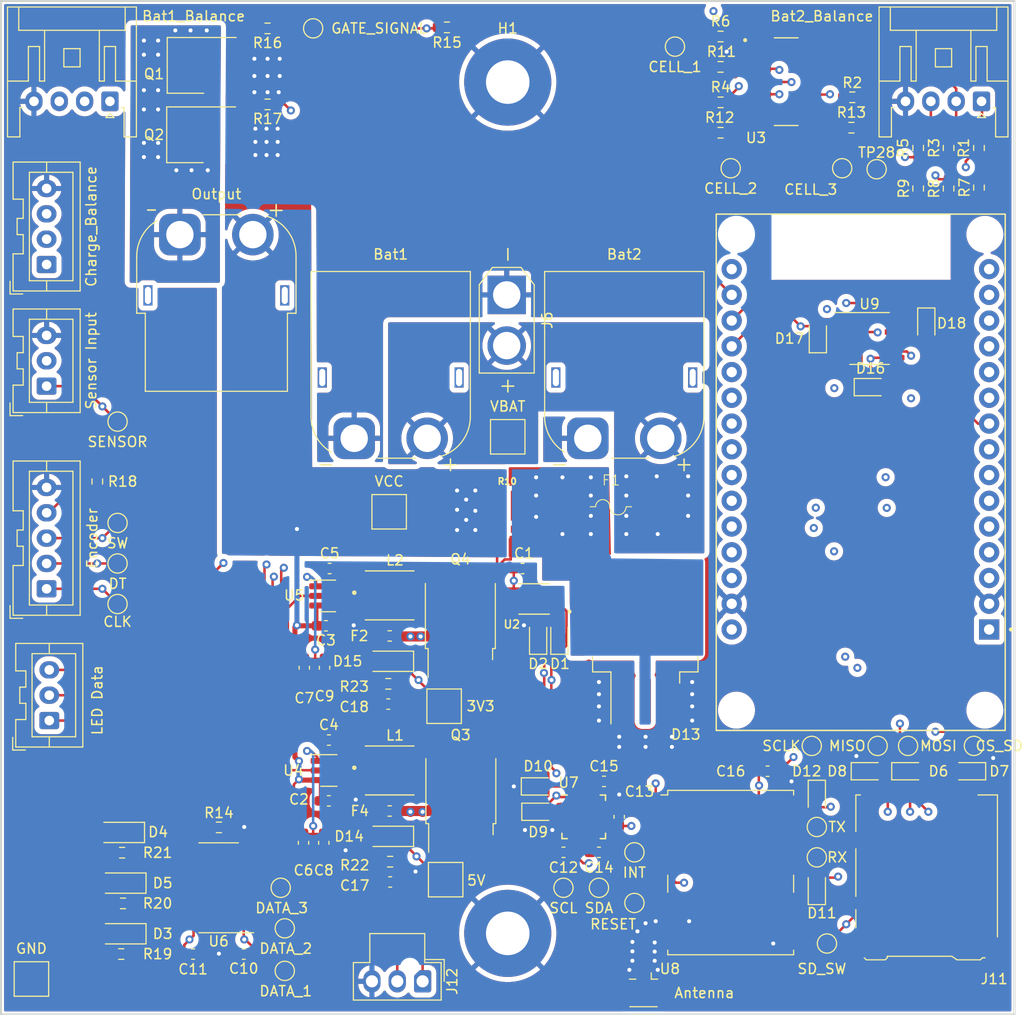
<source format=kicad_pcb>
(kicad_pcb (version 20221018) (generator pcbnew)
  (layers (0 "F.Cu" signal) (1 "In1.Cu" signal) (2 "In2.Cu" signal) (31 "B.Cu" signal) (34 "B.Paste" user) (35 "F.Paste" user) (36 "B.SilkS" user "B.Silkscreen") (37 "F.SilkS" user "F.Silkscreen") (38 "B.Mask" user) (39 "F.Mask" user) (44 "Edge.Cuts" user))
  (net 0 "")
  (net 1 "Net-(AE1-A)")
  (net 2 "GND")
  (net 3 "+3V3")
  (net 4 "VCC")
  (net 5 "Net-(U4-BST)")
  (net 6 "Net-(U4-SW)")
  (net 7 "Net-(U5-BST)")
  (net 8 "Net-(U5-SW)")
  (net 9 "Net-(U4-FB)")
  (net 10 "Net-(U5-FB)")
  (net 11 "+5V")
  (net 12 "Net-(U7-REGOUT)")
  (net 13 "Net-(U7-CPOUT)")
  (net 14 "Net-(D14-A)")
  (net 15 "Net-(D15-A)")
  (net 16 "/IO and Power/SDA")
  (net 17 "/IO and Power/SCL")
  (net 18 "Net-(D3-K)")
  (net 19 "Net-(D3-A)")
  (net 20 "Net-(D4-K)")
  (net 21 "Net-(D4-A)")
  (net 22 "Net-(D5-K)")
  (net 23 "Net-(D5-A)")
  (net 24 "/esp32/MISO")
  (net 25 "/esp32/MOSI")
  (net 26 "/esp32/SCLK")
  (net 27 "/esp32/RX")
  (net 28 "/esp32/TX")
  (net 29 "Net-(D13-K)")
  (net 30 "+BATT")
  (net 31 "Net-(J7-Pin_1)")
  (net 32 "Net-(J7-Pin_2)")
  (net 33 "Net-(J7-Pin_3)")
  (net 34 "Net-(Q1-D)")
  (net 37 "/esp32/SD_SW")
  (net 38 "Net-(J12-Pin_2)")
  (net 39 "Net-(Q1-G)")
  (net 40 "Net-(Q2-G)")
  (net 41 "Net-(U3-3IN+)")
  (net 42 "Net-(U3-3IN-)")
  (net 43 "Net-(U3-2IN+)")
  (net 44 "Net-(U3-2IN-)")
  (net 45 "Net-(U3-1IN+)")
  (net 46 "Net-(U3-1IN-)")
  (net 47 "/IO and Power/CELL1")
  (net 48 "/IO and Power/CELL2")
  (net 49 "/IO and Power/CELL3")
  (net 50 "/IO and Power/GATE_SIGNAL")
  (net 51 "/IO and Power/DATA_1")
  (net 52 "/IO and Power/DATA_2")
  (net 53 "/IO and Power/DATA_3")
  (net 54 "/esp32/RESET")
  (net 55 "/esp32/INT")
  (net 93 "Net-(J1-Pin_1)")
  (net 94 "Net-(J1-Pin_2)")
  (net 95 "Net-(J1-Pin_3)")
  (net 96 "/IO and Power/SENSOR")
  (net 97 "/IO and Power/CLK")
  (net 98 "/IO and Power/DT")
  (net 99 "/IO and Power/SW")
  (net 102 "/esp32/CS_SD")
  (net 103 "/esp32/CS_RAM")
  (footprint "Resistor_SMD:R_0603_1608Metric_Pad0.98x0.95mm_HandSolder" (layer "F.Cu") (at 193.5 64.5 90)
    (fp_text reference "R3")
    (fp_text value "100k" hide)
  )
  (footprint "Capacitor_SMD:C_0603_1608Metric_Pad1.08x0.95mm_HandSolder" (layer "F.Cu") (at 159.5 127 180)
    (fp_text reference "C15")
    (fp_text value "2.2nF" hide)
  )
  (footprint "Capacitor_SMD:C_0603_1608Metric_Pad1.08x0.95mm_HandSolder" (layer "F.Cu") (at 138.4 136.925 180)
    (fp_text reference "C17")
    (fp_text value ".1uF" hide)
  )
  (footprint "Connector_AMASS:AMASS_XT30U-M_1x02_P5.0mm_Vertical" (layer "F.Cu") (at 149.9 79 -90)
    (fp_text reference "J6")
    (fp_text value "~")
  )
  (footprint "Resistor_SMD:R_0603_1608Metric_Pad0.98x0.95mm_HandSolder" (layer "F.Cu") (at 171 53.5 180)
    (fp_text reference "R6")
    (fp_text value "100k" hide)
  )
  (footprint "TestPoint:TestPoint_Pad_D1.5mm" (layer "F.Cu") (at 128 145.7)
    (fp_text reference "TP7" hide)
    (fp_text value "DATA_1")
  )
  (footprint "Capacitor_SMD:C_0603_1608Metric_Pad1.08x0.95mm_HandSolder" (layer "F.Cu") (at 155.5 134)
    (fp_text reference "C12")
    (fp_text value "10nF" hide)
  )
  (footprint "Diode_SMD:D_SOD-123" (layer "F.Cu") (at 111.95 137.04 180)
    (fp_text reference "D5")
    (fp_text value "D_Schottky" hide)
  )
  (footprint "TestPoint:TestPoint_Pad_D1.5mm" (layer "F.Cu") (at 183 66.5)
    (fp_text reference "TP27" hide)
    (fp_text value "CELL_3")
  )
  (footprint "Connector_JST:JST_XA_B05B-XASK-1_1x05_P2.50mm_Vertical" (layer "F.Cu") (at 104.5 108 90)
    (fp_text reference "J9" hide)
    (fp_text value "Encoder")
  )
  (footprint "Connector_Coaxial:U.FL_Hirose_U.FL-R-SMT-1_Vertical" (layer "F.Cu") (at 163.4 147.4 -90)
    (fp_text reference "AE1" hide)
    (fp_text value "Antenna")
  )
  (footprint "SnapEDA Library:IND_SRR4818A-150M" (layer "F.Cu") (at 138.35 125.925)
    (fp_text reference "L1")
    (fp_text value "4.7uF" hide)
  )
  (footprint "SF-3812F3500T-2:SF-3812F3500T-2" (layer "F.Cu") (at 164.775 99.9 180)
    (fp_text reference "F1")
    (fp_text value "Fuse" hide)
  )
  (footprint "Connector_AMASS:AMASS_XT60PW-M_1x02_P7.20mm_Horizontal" (layer "F.Cu") (at 157.9 93.15)
    (fp_text reference "J5" hide)
    (fp_text value "Bat2")
  )
  (footprint "Fuse:Fuse_0603_1608Metric_Pad1.05x0.95mm_HandSolder" (layer "F.Cu") (at 138.35 112.65)
    (fp_text reference "F2")
    (fp_text value "Fuse" hide)
  )
  (footprint "Connector_AMASS:AMASS_XT60PW-M_1x02_P7.20mm_Horizontal" (layer "F.Cu") (at 134.85 93.15)
    (fp_text reference "J4" hide)
    (fp_text value "Bat1")
  )
  (footprint "Resistor_SMD:R_0603_1608Metric_Pad0.98x0.95mm_HandSolder" (layer "F.Cu") (at 171 60 180)
    (fp_text reference "R4")
    (fp_text value "100k" hide)
  )
  (footprint "Capacitor_SMD:C_0603_1608Metric_Pad1.08x0.95mm_HandSolder" (layer "F.Cu") (at 132.425 106 180)
    (fp_text reference "C5")
    (fp_text value "100nF" hide)
  )
  (footprint "Package_TO_SOT_SMD:TO-263-3_TabPin2" (layer "F.Cu") (at 163.575 111.375 90)
    (fp_text reference "D13")
    (fp_text value "D_Schottky" hide)
  )
  (footprint "Diode_SMD:D_SOD-323" (layer "F.Cu") (at 153 130)
    (fp_text reference "D9")
    (fp_text value "SD05_SOD323" hide)
  )
  (footprint "Resistor_SMD:R_0603_1608Metric_Pad0.98x0.95mm_HandSolder" (layer "F.Cu") (at 126.3 60.2 180)
    (fp_text reference "R17")
    (fp_text value "1k" hide)
  )
  (footprint "TestPoint:TestPoint_Pad_3.0x3.0mm" (layer "F.Cu") (at 103 146.5)
    (fp_text reference "TP5" hide)
    (fp_text value "GND")
  )
  (footprint "Package_TO_SOT_SMD:TO-252-2" (layer "F.Cu") (at 145.375 127.86 90)
    (fp_text reference "Q3")
    (fp_text value "X0202NN" hide)
  )
  (footprint "Resistor_SMD:R_0603_1608Metric_Pad0.98x0.95mm_HandSolder" (layer "F.Cu") (at 196.5 64.5 -90)
    (fp_text reference "R1")
    (fp_text value "100k" hide)
  )
  (footprint "Capacitor_SMD:C_0603_1608Metric_Pad1.08x0.95mm_HandSolder" (layer "F.Cu") (at 118.95 144.04)
    (fp_text reference "C11")
    (fp_text value "C" hide)
  )
  (footprint "Capacitor_SMD:C_0603_1608Metric_Pad1.08x0.95mm_HandSolder" (layer "F.Cu") (at 161 130.5 90)
    (fp_text reference "C13")
    (fp_text value "0.1uF" hide)
  )
  (footprint "Diode_SMD:D_SOD-123" (layer "F.Cu") (at 111.8 132.04 180)
    (fp_text reference "D4")
    (fp_text value "D_Schottky" hide)
  )
  (footprint "TestPoint:TestPoint_Pad_D1.5mm" (layer "F.Cu") (at 128 141.5)
    (fp_text reference "TP8" hide)
    (fp_text value "DATA_2")
  )
  (footprint "Resistor_SMD:R_0603_1608Metric_Pad0.98x0.95mm_HandSolder" (layer "F.Cu") (at 144 52.6)
    (fp_text reference "R15")
    (fp_text value "10k" hide)
  )
  (footprint "TestPoint:TestPoint_Pad_D1.5mm" (layer "F.Cu") (at 127.6 137.5)
    (fp_text reference "TP9" hide)
    (fp_text value "DATA_3")
  )
  (footprint "Capacitor_SMD:C_0603_1608Metric_Pad1.08x0.95mm_HandSolder" (layer "F.Cu") (at 132.0625 111.65 180)
    (fp_text reference "C3")
    (fp_text value "10uF" hide)
  )
  (footprint "TestPoint:TestPoint_Pad_D1.5mm" (layer "F.Cu") (at 155.5 137.5)
    (fp_text reference "TP14" hide)
    (fp_text value "SCL")
  )
  (footprint "Resistor_SMD:R_0603_1608Metric_Pad0.98x0.95mm_HandSolder" (layer "F.Cu") (at 126.3 52.7 180)
    (fp_text reference "R16")
    (fp_text value "1k" hide)
  )
  (footprint "Diode_SMD:D_SOD-323" (layer "F.Cu") (at 185.5 126)
    (fp_text reference "D8")
    (fp_text value "SD05_SOD323" hide)
  )
  (footprint "Capacitor_SMD:C_0603_1608Metric_Pad1.08x0.95mm_HandSolder" (layer "F.Cu") (at 138.2125 119.375 180)
    (fp_text reference "C18")
    (fp_text value ".1uF" hide)
  )
  (footprint "Resistor_SMD:R_0603_1608Metric_Pad0.98x0.95mm_HandSolder" (layer "F.Cu") (at 190.5 64.5 -90)
    (fp_text reference "R5")
    (fp_text value "100k" hide)
  )
  (footprint "Package_DFN_QFN:PQFN-8-EP_6x5mm_P1.27mm_Generic" (layer "F.Cu") (at 120.1 56.35 180)
    (fp_text reference "Q1")
    (fp_text value "~" hide)
  )
  (footprint "Connector_JST:JST_XA_S04B-XASK-1N-BN_1x04_P2.50mm_Horizontal" (layer "F.Cu") (at 110.75 59.9 180)
    (fp_text reference "J3" hide)
    (fp_text value "Bat1_Balance")
  )
  (footprint "SnapEDA Library:IND_SRR4818A-150M" (layer "F.Cu") (at 138.35 108.65)
    (fp_text reference "L2")
    (fp_text value "3.9uF" hide)
  )
  (footprint "TestPoint:TestPoint_Pad_D1.5mm" (layer "F.Cu") (at 181.5 143)
    (fp_text reference "TP21" hide)
    (fp_text value "SD_SW")
  )
  (footprint "TestPoint:TestPoint_Pad_D1.5mm" (layer "F.Cu") (at 196 123.5)
    (fp_text reference "TP13" hide)
    (fp_text value "CS_SD")
  )
  (footprint "Capacitor_SMD:C_0603_1608Metric_Pad1.08x0.95mm_HandSolder" (layer "F.Cu") (at 159 134 180)
    (fp_text reference "C14")
    (fp_text value "0.1uF" hide)
  )
  (footprint "Diode_SMD:D_SOD-123" (layer "F.Cu") (at 138.35 115.15 180)
    (fp_text reference "D15")
    (fp_text value "D_Zener" hide)
  )
  (footprint "Resistor_SMD:R_0603_1608Metric_Pad0.98x0.95mm_HandSolder" (layer "F.Cu") (at 111.95 134.04)
    (fp_text reference "R21")
    (fp_text value "220" hide)
  )
  (footprint "Package_DFN_QFN:PQFN-8-EP_6x5mm_P1.27mm_Generic" (layer "F.Cu") (at 120.05 63.2 180)
    (fp_text reference "Q2")
    (fp_text value "~" hide)
  )
  (footprint "Capacitor_SMD:C_0603_1608Metric_Pad1.08x0.95mm_HandSolder" (layer "F.Cu") (at 129.925 115.7875 90)
    (fp_text reference "C7")
    (fp_text value "22uF" hide)
  )
  (footprint "MountingHole:MountingHole_4.3mm_M4_Pad" (layer "F.Cu") (at 150 142)
    (fp_text reference "H2" hide)
    (fp_text value "MountingHole_Pad" hide)
  )
  (footprint "Resistor_SMD:R_0603_1608Metric_Pad0.98x0.95mm_HandSolder" (layer "F.Cu") (at 171 63)
    (fp_text reference "R12")
    (fp_text value "50k" hide)
  )
  (footprint "Resistor_SMD:R_0603_1608Metric_Pad0.98x0.95mm_HandSolder" (layer "F.Cu") (at 121.5 131.54)
    (fp_text reference "R14")
    (fp_text value "10k" hide)
  )
  (footprint "Diode_SMD:D_SOD-323" (layer "F.Cu") (at 189.5 126)
    (fp_text reference "D6")
    (fp_text value "SD05_SOD323" hide)
  )
  (footprint "Capacitor_SMD:C_0603_1608Metric_Pad1.08x0.95mm_HandSolder" (layer "F.Cu") (at 131.925 115.7875 90)
    (fp_text reference "C9")
    (fp_text value "22uF" hide)
  )
  (footprint "Connector_JST:JST_XA_B03B-XASK-1_1x03_P2.50mm_Vertical" (layer "F.Cu") (at 104.7625 121 90)
    (fp_text reference "J7" hide)
    (fp_text value "LED Data")
  )
  (footprint "TestPoint:TestPoint_Pad_D1.5mm" (layer "F.Cu") (at 162.5 134)
    (fp_text reference "TP20" hide)
    (fp_text value "INT")
  )
  (footprint "Package_TO_SOT_SMD:TSOT-23-6" (layer "F.Cu") (at 132.2125 108.7)
    (fp_text reference "U5")
    (fp_text value "AP63203WU" hide)
  )
  (footprint "Capacitor_SMD:C_0603_1608Metric_Pad1.08x0.95mm_HandSolder" (layer "F.Cu") (at 175.6375 126)
    (fp_text reference "C16")
    (fp_text value "0.1uF" hide)
  )
  (footprint "TestPoint:TestPoint_Pad_D1.5mm" (layer "F.Cu") (at 172 66.5)
    (fp_text reference "TP26" hide)
    (fp_text value "CELL_2")
  )
  (footprint "Diode_SMD:D_SOD-323" (layer "F.Cu") (at 180.6 83.1 90)
    (fp_text reference "D17")
    (fp_text value "SD05_SOD323")
  )
  (footprint "TestPoint:TestPoint_Pad_D1.5mm" (layer "F.Cu") (at 180.5 134.5)
    (fp_text reference "TP17" hide)
    (fp_text value "RX")
  )
  (footprint "TestPoint:TestPoint_Pad_D1.5mm" (layer "F.Cu") (at 186.5 123.5)
    (fp_text reference "TP10" hide)
    (fp_text value "MISO")
  )
  (footprint "Capacitor_SMD:C_0603_1608Metric_Pad1.08x0.95mm_HandSolder" (layer "F.Cu") (at 132.35 122.925 180)
    (fp_text reference "C4")
    (fp_text value "100nF" hide)
  )
  (footprint "Fuse:Fuse_0603_1608Metric_Pad1.05x0.95mm_HandSolder" (layer "F.Cu") (at 138.35 129.925)
    (fp_text reference "F4")
    (fp_text value "Fuse" hide)
  )
  (footprint "Diode_SMD:D_SOD-123" (layer "F.Cu") (at 111.95 142.04 180)
    (fp_text reference "D3")
    (fp_text value "D_Schottky" hide)
  )
  (footprint "TestPoint:TestPoint_Pad_D1.5mm" (layer "F.Cu") (at 180.5 131.5)
    (fp_text reference "TP16" hide)
    (fp_text value "TX")
  )
  (footprint "Connector_JST:JST_XA_B03B-XASK-1_1x03_P2.50mm_Vertical" (layer "F.Cu") (at 104.5 88 90)
    (fp_text reference "J8" hide)
    (fp_text value "Sensor Input")
  )
  (footprint "Diode_SMD:D_SOD-323" (layer "F.Cu") (at 155.1 112.85 90)
    (fp_text reference "D1")
    (fp_text value "SD05_SOD323" hide)
  )
  (footprint "TestPoint:TestPoint_Pad_D1.5mm" (layer "F.Cu") (at 111.5 101.5)
    (fp_text reference "TP22" hide)
    (fp_text value "SW")
  )
  (footprint "Resistor_SMD:R_0603_1608Metric_Pad0.98x0.95mm_HandSolder" (layer "F.Cu") (at 138.4 134.925)
    (fp_text reference "R22")
    (fp_text value "1k" hide)
  )
  (footprint "Diode_SMD:D_SOD-323" (layer "F.Cu") (at 180.5 128.5 -90)
    (fp_text reference "D12")
    (fp_text value "SD05_SOD323" hide)
  )
  (footprint "Diode_SMD:D_SOD-323" (layer "F.Cu") (at 153 112.85 90)
    (fp_text reference "D2")
    (fp_text value "SD05_SOD323" hide)
  )
  (footprint "TestPoint:TestPoint_Pad_D1.5mm" (layer "F.Cu") (at 111.5 91.5)
    (fp_text reference "TP19" hide)
    (fp_text value "SENSOR")
  )
  (footprint "Package_TO_SOT_SMD:TSOT-23-6" (layer "F.Cu") (at 132.35 125.925)
    (fp_text reference "U4")
    (fp_text value "AP63205WU" hide)
  )
  (footprint "TestPoint:TestPoint_Pad_3.0x3.0mm" (layer "F.Cu") (at 138.3 100.4)
    (fp_text reference "TP2" hide)
    (fp_text value "VCC")
  )
  (footprint "Capacitor_SMD:C_0603_1608Metric_Pad1.08x0.95mm_HandSolder" (layer "F.Cu") (at 123.95 144.04 180)
    (fp_text reference "C10")
    (fp_text value "C" hide)
  )
  (footprint "Resistor_SMD:R_0603_1608Metric_Pad0.98x0.95mm_HandSolder" (layer "F.Cu") (at 190.5 68.5 90)
    (fp_text reference "R9")
    (fp_text value "50k" hide)
  )
  (footprint "Connector_AMASS:AMASS_XT60PW-F_1x02_P7.20mm_Horizontal" (layer "F.Cu") (at 117.65 73.05 180)
    (fp_text reference "J10" hide)
    (fp_text value "Output")
  )
  (footprint "Resistor_SMD:R_0603_1608Metric_Pad0.98x0.95mm_HandSolder" (layer "F.Cu") (at 112.0375 139.04)
    (fp_text reference "R20")
    (fp_text value "220" hide)
  )
  (footprint "Sensor_Motion:InvenSense_QFN-24_4x4mm_P0.5mm" (layer "F.Cu") (at 157.5 130.5)
    (fp_text reference "U7")
    (fp_text value "MPU-6050" hide)
  )
  (footprint "TestPoint:TestPoint_Pad_3.0x3.0mm" (layer "F.Cu") (at 143.725 119.585)
    (fp_text reference "TP4" hide)
    (fp_text value "3V3")
  )
  (footprint "Resistor_SMD:R_0603_1608Metric_Pad0.98x0.95mm_HandSolder" (layer "F.Cu") (at 184 59.5)
    (fp_text reference "R2")
    (fp_text value "100k" hide)
  )
  (footprint "SnapEDA Library:SOIC127P600X175-14N" (layer "F.Cu") (at 177.475 57.96)
    (fp_text reference "U3")
    (fp_text value "LM124DR" hide)
  )
  (footprint "Capacitor_SMD:C_0603_1608Metric_Pad1.08x0.95mm_HandSolder" (layer "F.Cu") (at 151.4625 106 180)
    (fp_text reference "C1")
    (fp_text value "0.1uF" hide)
  )
  (footprint "TestPoint:TestPoint_Pad_3.0x3.0mm" (layer "F.Cu") (at 143.875 136.7)
    (fp_text reference "TP3" hide)
    (fp_text value "5V")
  )
  (footprint "Connector_Molex:Molex_Nano-Fit_105309-xx03_1x03_P2.50mm_Vertical" (layer "F.Cu") (at 141.6 146.73 -90)
    (fp_text reference "J12")
    (fp_text value "Power Switch")
  )
  (footprint "Diode_SMD:D_SOD-123" (layer "F.Cu") (at 138.35 132.425 180)
    (fp_text reference "D14")
    (fp_text value "D_Zener" hide)
  )
  (footprint "Resistor_SMD:R_0603_1608Metric_Pad0.98x0.95mm_HandSolder" (layer "F.Cu") (at 111.8625 144.04)
    (fp_text reference "R19")
    (fp_text value "220" hide)
  )
  (footprint "Resistor_SMD:R_0603_1608Metric_Pad0.98x0.95mm_HandSolder" (layer "F.Cu") (at 171 56.5)
    (fp_text reference "R11")
    (fp_text value "50k" hide)
  )
  (footprint "Diode_SMD:D_SOD-323" (layer "F.Cu") (at 180.5 137.55 90)
    (fp_text reference "D11")
    (fp_text value "SD05_SOD323" hide)
  )
  (footprint "TestPoint:TestPoint_Pad_D1.5mm" (layer "F.Cu") (at 189.5 123.5)
    (fp_text reference "TP11" hide)
    (fp_text value "MOSI")
  )
  (footprint "Capacitor_SMD:C_0603_1608Metric_Pad1.08x0.95mm_HandSolder" (layer "F.Cu") (at 131.85 133.0625 90)
    (fp_text reference "C8")
    (fp_text value "22uF" hide)
  )
  (footprint "SnapEDA Library:RES_WSK12161L000FEA" (layer "F.Cu") (at 150 100.4 180)
    (fp_text reference "R10")
    (fp_text value "0.001" hide)
  )
  (footprint "TestPoint:TestPoint_Pad_D1.5mm" (layer "F.Cu") (at 111.5 105.5)
    (fp_text reference "TP23" hide)
    (fp_text value "DT")
  )
  (footprint "TestPoint:TestPoint_Pad_3.0x3.0mm" (layer "F.Cu") (at 150 93)
    (fp_text reference "TP1" hide)
    (fp_text value "VBAT")
  )
  (footprint "Diode_SMD:D_SOD-323" (layer "F.Cu") (at 191.3 81.9 -90)
    (fp_text reference "D18")
    (fp_text value "SD05_SOD323")
  )
  (footprint "Capacitor_SMD:C_0603_1608Metric_Pad1.08x0.95mm_HandSolder" (layer "F.Cu") (at 129.85 133.0625 90)
    (fp_text reference "C6")
    (fp_text value "22uF" hide)
  )
  (footprint "Diode_SMD:D_SOD-323" (layer "F.Cu") (at 152.95 127.5)
    (fp_text reference "D10")
    (fp_text value "SD05_SOD323" hide)
  )
  (footprint "MountingHole:MountingHole_4.3mm_M4_Pad" (layer "F.Cu") (at 150 58)
    (fp_text reference "H1")
    (fp_text value "MountingHole_Pad" hide)
  )
  (footprint "TestPoint:TestPoint_Pad_D1.5mm" (layer "F.Cu") (at 159 137.5)
    (fp_text reference "TP15" hide)
    (fp_text value "SDA")
  )
  (footprint "Resistor_SMD:R_0603_1608Metric_Pad0.98x0.95mm_HandSolder" (layer "F.Cu") (at 109.5 97.4125 -90)
    (fp_text reference "R18")
    (fp_text value "10k" hide)
  )
  (footprint "SnapEDA Library:SOP50P490X110-10N" (layer "F.Cu") (at 152.6 109 180)
    (fp_text reference "U2")
    (fp_text value "INA220BIDGSR" hide)
  )
  (footprint "Resistor_SMD:R_0603_1608Metric_Pad0.98x0.95mm_HandSolder" (layer "F.Cu") (at 138.2125 117.375)
    (fp_text reference "R23")
    (fp_text value "1k" hide)
  )
  (footprint "Capacitor_SMD:C_0603_1608Metric_Pad1.08x0.95mm_HandSolder" (layer "F.Cu") (at 132.35 128.925 180)
    (fp_text reference "C2")
    (fp_text value "10uF" hide)
  )
  (footprint "Connector_JST:JST_XA_B04B-XASK-1_1x04_P2.50mm_Vertical" (layer "F.Cu") (at 104.5 76 90)
    (fp_text reference "J1" hide)
    (fp_text value "Charge_Balance")
  )
  (footprint "Resistor_SMD:R_0603_1608Metric_Pad0.98x0.95mm_HandSolder" (layer "F.Cu") (at 193.5 68.5 90)
    (fp_text reference "R8")
    (fp_text value "50k" hide)
  )
  (footprint "Connector_JST:JST_XA_S04B-XASK-1N-BN_1x04_P2.50mm_Horizontal" (layer "F.Cu") (at 196.75 59.9 180)
    (fp_text reference "J2" hide)
    (fp_text value "Bat2_Balance")
  )
  (footprint "Diode_SMD:D_SOD-323" (layer "F.Cu") (at 185.8 88.1)
    (fp_text reference "D16")
    (fp_text value "SD05_SOD323")
  )
  (footprint "Package_TO_SOT_SMD:TO-252-2" (layer "F.Cu") (at 145.325 110.585 90)
    (fp_text reference "Q4")
    (fp_text value "X0202NN" hide)
  )
  (footprint "TestPoint:TestPoint_Pad_D1.5mm" (layer "F.Cu") (at 111.5 109.5)
    (fp_text reference "TP24" hide)
    (fp_text value "CLK")
  )
  (footprint "TestPoint:TestPoint_Pad_D1.5mm" (layer "F.Cu") (at 180 123.5)
    (fp_text reference "TP12" hide)
    (fp_text value "SCLK")
  )
  (footprint "Package_SO:SOIC-14_3.9x8.7mm_P1.27mm" (layer "F.Cu") (at 121.475 137.5 180)
    (fp_text reference "U6")
    (fp_text value "TXB0104D" hide)
  )
  (footprint "TestPoint:TestPoint_Pad_D1.5mm" (layer "F.Cu") (at 186.4 66.6)
    (fp_text reference "TP28")
    (fp_text value "CS_RAM")
  )
  (footprint "Diode_SMD:D_SOD-323" (layer "F.Cu") (at 195.55 126 180)
    (fp_text reference "D7")
    (fp_text value "SD05_SOD323" hide)
  )
  (footprint "MicroControllers:MODULE_ESP32_DEVKIT_V1" (layer "F.Cu") (at 184.8 96.5 180)
    (fp_text reference "U1" hide)
    (fp_text value "~")
  )
  (footprint "Resistor_SMD:R_0603_1608Metric_Pad0.98x0.95mm_HandSolder" (layer "F.Cu") (at 196.5 68.4125 90)
    (fp_text reference "R7")
    (fp_text value "50k" hide)
  )
  (footprint "TestPoint:TestPoint_Pad_D1.5mm" (layer "F.Cu") (at 130.8 52.7)
    (fp_text reference "TP6" hide)
    (fp_text value "GATE_SIGNAL")
  )
  (footprint "RF_GPS:ublox_NEO" (layer "F.Cu") (at 172 136)
    (fp_text reference "U8")
    (fp_text value "NEO-M8M")
  )
  (footprint "Resistor_SMD:R_0603_1608Metric_Pad0.98x0.95mm_HandSolder" (layer "F.Cu") (at 183.9125 62.5 180)
    (fp_text reference "R13")
    (fp_text value "50k" hide)
  )
  (footprint "Package_SO:SOIC-8_3.9x4.9mm_P1.27mm" (layer "F.Cu") (at 185.7 83.3)
    (fp_text reference "U9")
    (fp_text value "ESP-PSRAM32")
  )
  (footprint "TestPoint:TestPoint_Pad_D1.5mm" (layer "F.Cu") (at 166.5 54.5)
    (fp_text reference "TP25" hide)
    (fp_text value "CELL_1")
  )
  (footprint "Connector_Card:microSD_HC_Hirose_DM3AT-SF-PEJM5" (layer "F.Cu") (at 191.325 136.225)
    (fp_text reference "J11")
    (fp_text value "Micro_SD_Card_Det_Hirose_DM3AT" hide)
  )
  (footprint "TestPoint:TestPoint_Pad_D1.5mm" (layer "F.Cu") (at 162.5 139)
    (fp_text reference "TP18" hide)
    (fp_text value "RESET")
  )
  (gr_rect (start 100 50) (end 200 150) (stroke (width 0.2)) (fill none) (layer "Edge.Cuts"))
  (segment (start 166 141.9) (end 164.2 141.9) (width 0.3424) (layer "F.Cu") (net 1))
  (segment (start 164.2 141.9) (end 163.4 142.7) (width 0.3424) (layer "F.Cu") (net 1))
  (segment (start 163.4 142.7) (end 163.4 146.35) (width 0.3424) (layer "F.Cu") (net 1))
  (segment (start 180.6 84.15) (end 181.655 85.205) (width 0.25) (layer "F.Cu") (net 2))
  (segment (start 155.8 113.6) (end 155.5 113.9) (width 0.25) (layer "F.Cu") (net 2))
  (segment (start 161 129.6375) (end 160.6125 129.25) (width 0.25) (layer "F.Cu") (net 2))
  (segment (start 155.55 129.25) (end 154.975305 129.25) (width 0.25) (layer "F.Cu") (net 2))
  (segment (start 154.975305 129.25) (end 154.675 129.550305) (width 0.25) (layer "F.Cu") (net 2))
  (segment (start 166 140.8) (end 167.9 140.8) (width 0.25) (layer "F.Cu") (net 2))
  (segment (start 150.45 108.5) (end 151.7 108.5) (width 0.25) (layer "F.Cu") (net 2))
  (segment (start 152.2 111) (end 152.2 109) (width 0.25) (layer "F.Cu") (net 2))
  (segment (start 158.509315 133.2) (end 159.0625 133.2) (width 0.25) (layer "F.Cu") (net 2))
  (segment (start 155.5 113.9) (end 155.1 113.9) (width 0.25) (layer "F.Cu") (net 2))
  (segment (start 158.25 132.45) (end 158.25 132.940685) (width 0.25) (layer "F.Cu") (net 2))
  (segment (start 176.2 143) (end 178.05 143) (width 0.25) (layer "F.Cu") (net 2))
  (segment (start 132.925 111.65) (end 132.925 110.075) (width 0.25) (layer "F.Cu") (net 2))
  (segment (start 171.6 55) (end 171.8 54.8) (width 0.25) (layer "F.Cu") (net 2))
  (segment (start 139.125 117.375) (end 139.125 119.325) (width 0.25) (layer "F.Cu") (net 2))
  (segment (start 151.8 108.4) (end 152.325 107.875) (width 0.25) (layer "F.Cu") (net 2))
  (segment (start 139.125 119.325) (end 139.075 119.375) (width 0.25) (layer "F.Cu") (net 2))
  (segment (start 154.75 110) (end 154.75 109.5) (width 0.25) (layer "F.Cu") (net 2))
  (segment (start 159.0625 133.2) (end 159.8625 134) (width 0.25) (layer "F.Cu") (net 2))
  (segment (start 154.75 110) (end 155.6 110) (width 0.25) (layer "F.Cu") (net 2))
  (segment (start 181.655 85.205) (end 183.225 85.205) (width 0.25) (layer "F.Cu") (net 2))
  (segment (start 139.3125 136.875) (end 139.2625 136.925) (width 0.25) (layer "F.Cu") (net 2))
  (segment (start 160.6125 129.25) (end 159.45 129.25) (width 0.25) (layer "F.Cu") (net 2))
  (segment (start 155.8 110.2) (end 155.8 113.6) (width 0.25) (layer "F.Cu") (net 2))
  (segment (start 133.2125 128.925) (end 133.2125 127.15) (width 0.25) (layer "F.Cu") (net 2))
  (segment (start 154.675 131.525) (end 154.4 131.8) (width 0.25) (layer "F.Cu") (net 2))
  (segment (start 171.9125 53.5) (end 171.9125 54.6875) (width 0.25) (layer "F.Cu") (net 2))
  (segment (start 158.25 132.940685) (end 158.509315 133.2) (width 0.25) (layer "F.Cu") (net 2))
  (segment (start 167.9 140.8) (end 167.8 140.8) (width 0.25) (layer "F.Cu") (net 2))
  (segment (start 133.2125 127.15) (end 133.4875 126.875) (width 0.25) (layer "F.Cu") (net 2))
  (segment (start 154.675 129.550305) (end 154.675 131.525) (width 0.25) (layer "F.Cu") (net 2))
  (segment (start 171.9125 54.6875) (end 171.6 55) (width 0.25) (layer "F.Cu") (net 2))
  (segment (start 152.2 109) (end 151.7 108.5) (width 0.25) (layer "F.Cu") (net 2))
  (segment (start 176.15 143) (end 176.2 143) (width 0.25) (layer "F.Cu") (net 2))
  (segment (start 151.6 111.6) (end 152.2 111) (width 0.25) (layer "F.Cu") (net 2))
  (segment (start 129.85 133.925) (end 131.85 133.925) (width 0.25) (layer "F.Cu") (net 2))
  (segment (start 152.325 107.875) (end 152.325 106) (width 0.25) (layer "F.Cu") (net 2))
  (segment (start 155.6 110) (end 155.8 110.2) (width 0.25) (layer "F.Cu") (net 2))
  (segment (start 129.925 116.65) (end 131.925 116.65) (width 0.25) (layer "F.Cu") (net 2))
  (segment (start 132.925 110.075) (end 133.35 109.65) (width 0.25) (layer "F.Cu") (net 2))
  (segment (start 151.7 108.5) (end 151.8 108.4) (width 0.25) (layer "F.Cu") (net 2))
  (via (at 166.2 123.6) (size 0.8) (drill 0.4) (layers "F.Cu" "B.Cu") (net 2))
  (via (at 168.2 118.4) (size 0.8) (drill 0.4) (layers "F.Cu" "B.Cu") (net 2))
  (via (at 163.6 123.6) (size 0.8) (drill 0.4) (layers "F.Cu" "B.Cu") (net 2))
  (via (at 168.2 117.2) (size 0.8) (drill 0.4) (layers "F.Cu" "B.Cu") (net 2))
  (via (at 125 57.4) (size 0.8) (drill 0.4) (layers "F.Cu" "B.Cu") (net 2))
  (via (at 135 128.8) (size 0.8) (drill 0.4) (layers "F.Cu" "B.Cu") (net 2))
  (via (at 126.3 57.4) (size 0.8) (drill 0.4) (layers "F.Cu" "B.Cu") (net 2))
  (via (at 126.3 55.7) (size 0.8) (drill 0.4) (layers "F.Cu" "B.Cu") (net 2))
  (via (at 127.3 65.2) (size 0.8) (drill 0.4) (layers "F.Cu" "B.Cu") (net 2))
  (via (at 161 122.6) (size 0.8) (drill 0.4) (layers "F.Cu" "B.Cu") (net 2))
  (via (at 161 128.3) (size 0.8) (drill 0.4) (layers "F.Cu" "B.Cu") (net 2))
  (via (at 197.9 124.7) (size 0.8) (drill 0.4) (layers "F.Cu" "B.Cu") (net 2))
  (via (at 167.9 140.8) (size 0.8) (drill 0.4) (layers "F.Cu" "B.Cu") (net 2))
  (via (at 162.8 141.8) (size 0.8) (drill 0.4) (layers "F.Cu" "B.Cu") (net 2))
  (via (at 126.2 65.2) (size 0.8) (drill 0.4) (layers "F.Cu" "B.Cu") (net 2))
  (via (at 126.2 62.6) (size 0.8) (drill 0.4) (layers "F.Cu" "B.Cu") (net 2))
  (via (at 159 117.2) (size 0.8) (drill 0.4) (layers "F.Cu" "B.Cu") (net 2))
  (via (at 161 123.6) (size 0.8) (drill 0.4) (layers "F.Cu" "B.Cu") (net 2))
  (via (at 126.2 63.9) (size 0.8) (drill 0.4) (layers "F.Cu" "B.Cu") (net 2))
  (via (at 121.5 144) (size 0.8) (drill 0.4) (layers "F.Cu" "B.Cu") (net 2))
  (via (at 162.3 143.770497) (size 0.8) (drill 0.4) (layers "F.Cu" "B.Cu") (net 2))
  (via (at 159 119.6) (size 0.8) (drill 0.4) (layers "F.Cu" "B.Cu") (net 2))
  (via (at 171.6 55) (size 0.8) (drill 0.4) (layers "F.Cu" "B.Cu") (net 2))
  (via (at 163.6 122.6) (size 0.8) (drill 0.4) (layers "F.Cu" "B.Cu") (net 2))
  (via (at 126.3 59) (size 0.8) (drill 0.4) (layers "F.Cu" "B.Cu") (net 2))
  (via (at 164.8 145.6) (size 0.8) (drill 0.4) (layers "F.Cu" "B.Cu") (net 2))
  (via (at 178 127) (size 0.8) (drill 0.4) (layers "F.Cu" "B.Cu") (net 2))
  (via (at 124 131.5) (size 0.8) (drill 0.4) (layers "F.Cu" "B.Cu") (net 2))
  (via (at 168.2 121) (size 0.8) (drill 0.4) (layers "F.Cu" "B.Cu") (net 2))
  (via (at 125.1 62.6) (size 0.8) (drill 0.4) (layers "F.Cu" "B.Cu") (net 2))
  (via (at 125.1 65.2) (size 0.8) (drill 0.4) (layers "F.Cu" "B.Cu") (net 2))
  (via (at 162 145.6) (size 0.8) (drill 0.4) (layers "F.Cu" "B.Cu") (net 2))
  (via (at 162.3 144.7) (size 0.8) (drill 0.4) (layers "F.Cu" "B.Cu") (net 2))
  (via (at 162.3 142.840994) (size 0.8) (drill 0.4) (layers "F.Cu" "B.Cu") (net 2))
  (via (at 168.2 119.6) (size 0.8) (drill 0.4) (layers "F.Cu" "B.Cu") (net 2))
  (via (at 127.3 62.6) (size 0.8) (drill 0.4) (layers "F.Cu" "B.Cu") (net 2))
  (via (at 159 118.4) (size 0.8) (drill 0.4) (layers "F.Cu" "B.Cu") (net 2))
  (via (at 164.5 143.8) (size 0.8) (drill 0.4) (layers "F.Cu" "B.Cu") (net 2))
  (via (at 125.1 63.9) (size 0.8) (drill 0.4) (layers "F.Cu" "B.Cu") (net 2))
  (via (at 125 59) (size 0.8) (drill 0.4) (layers "F.Cu" "B.Cu") (net 2))
  (via (at 125 55.7) (size 0.8) (drill 0.4) (layers "F.Cu" "B.Cu") (net 2))
  (via (at 154.4 131.8) (size 0.8) (drill 0.4) (layers "F.Cu" "B.Cu") (net 2))
  (via (at 159 121) (size 0.8) (drill 0.4) (layers "F.Cu" "B.Cu") (net 2))
  (via (at 163.6 141) (size 0.8) (drill 0.4) (layers "F.Cu" "B.Cu") (net 2))
  (via (at 127.5 55.7) (size 0.8) (drill 0.4) (layers "F.Cu" "B.Cu") (net 2))
  (via (at 127.4 59) (size 0.8) (drill 0.4) (layers "F.Cu" "B.Cu") (net 2))
  (via (at 134.8 111.6) (size 0.8) (drill 0.4) (layers "F.Cu" "B.Cu") (net 2))
  (via (at 127.5 57.4) (size 0.8) (drill 0.4) (layers "F.Cu" "B.Cu") (net 2))
  (via (at 176.2 143) (size 0.8) (drill 0.4) (layers "F.Cu" "B.Cu") (net 2))
  (via (at 151.6 111.6) (size 0.8) (drill 0.4) (layers "F.Cu" "B.Cu") (net 2))
  (via (at 164.6 140.8) (size 0.8) (drill 0.4) (layers "F.Cu" "B.Cu") (net 2))
  (via (at 166.2 122.6) (size 0.8) (drill 0.4) (layers "F.Cu" "B.Cu") (net 2))
  (via (at 140.9 135.9) (size 0.8) (drill 0.4) (layers "F.Cu" "B.Cu") (net 2))
  (via (at 164.5 142.9) (size 0.8) (drill 0.4) (layers "F.Cu" "B.Cu") (net 2))
  (via (at 184.4 124.5) (size 0.8) (drill 0.4) (layers "F.Cu" "B.Cu") (net 2))
  (via (at 127.3 63.9) (size 0.8) (drill 0.4) (layers "F.Cu" "B.Cu") (net 2))
  (via (at 134 133.8) (size 0.8) (drill 0.4) (layers "F.Cu" "B.Cu") (net 2))
  (via (at 151.7 131.8) (size 0.8) (drill 0.4) (layers "F.Cu" "B.Cu") (net 2))
  (via (at 150.6 127.5) (size 0.8) (drill 0.4) (layers "F.Cu" "B.Cu") (net 2))
  (via (at 164.5 144.7) (size 0.8) (drill 0.4) (layers "F.Cu" "B.Cu") (net 2))
  (segment (start 167.4 137) (end 166.6 137) (width 0.25) (layer "F.Cu") (net 3))
  (segment (start 142.1 112.7) (end 143.8 111) (width 1) (layer "F.Cu") (net 3))
  (segment (start 140 115.15) (end 140 115.86) (width 0.25) (layer "F.Cu") (net 3))
  (segment (start 150.6 107.85) (end 150.45 108) (width 0.25) (layer "F.Cu") (net 3))
  (segment (start 123.95 142.45) (end 123.95 141.31) (width 0.25) (layer "F.Cu") (net 3))
  (segment (start 175 57.96) (end 178 58) (width 0.25) (layer "F.Cu") (net 3))
  (segment (start 150.6 107.2) (end 150.6 107.85) (width 0.25) (layer "F.Cu") (net 3))
  (segment (start 104.5 100.5) (end 104.7 100.5) (width 0.25) (layer "F.Cu") (net 3))
  (segment (start 108.7 96.5) (end 109.5 96.5) (width 0.25) (layer "F.Cu") (net 3))
  (segment (start 190.8 129.3) (end 190.8 128.5) (width 0.25) (layer "F.Cu") (net 3))
  (segment (start 139.275 112.7) (end 139.225 112.65) (width 1) (layer "F.Cu") (net 3))
  (segment (start 124.8125 144.04) (end 124.8125 143.3125) (width 0.25) (layer "F.Cu") (net 3))
  (segment (start 157.45575 135.0745) (end 156.38125 134) (width 0.25) (layer "F.Cu") (net 3))
  (segment (start 161 131.3625) (end 160.6125 131.75) (width 0.25) (layer "F.Cu") (net 3))
  (segment (start 176 130.1) (end 174.775 128.875) (width 0.25) (layer "F.Cu") (net 3))
  (segment (start 156.75 133.6125) (end 156.75 132.45) (width 0.25) (layer "F.Cu") (net 3))
  (segment (start 188.175 80.475) (end 188.175 81.395) (width 0.25) (layer "F.Cu") (net 3))
  (segment (start 156.38125 134) (end 156.3625 134) (width 0.25) (layer "F.Cu") (net 3))
  (segment (start 166 136.4) (end 166 135.6) (width 0.25) (layer "F.Cu") (net 3))
  (segment (start 191.5 130) (end 190.8 129.3) (width 0.25) (layer "F.Cu") (net 3))
  (segment (start 156.3625 134) (end 156.75 133.6125) (width 0.25) (layer "F.Cu") (net 3))
  (segment (start 183.4 79.8) (end 187.5 79.8) (width 0.25) (layer "F.Cu") (net 3))
  (segment (start 187.5 79.8) (end 188.175 80.475) (width 0.25) (layer "F.Cu") (net 3))
  (segment (start 158 135.0745) (end 157.45575 135.0745) (width 0.25) (layer "F.Cu") (net 3))
  (segment (start 174.8 127.4) (end 174.775 127.375) (width 0.25) (layer "F.Cu") (net 3))
  (segment (start 141.4 112.7) (end 142.1 112.7) (width 1) (layer "F.Cu") (net 3))
  (segment (start 166.6 137) (end 166 136.4) (width 0.25) (layer "F.Cu") (net 3))
  (segment (start 174.775 127.375) (end 174.775 126) (width 0.25) (layer "F.Cu") (net 3))
  (segment (start 150.6 106) (end 150.6 107.2) (width 0.25) (layer "F.Cu") (net 3))
  (segment (start 124 142.5) (end 123.95 142.45) (width 0.25) (layer "F.Cu") (net 3))
  (segment (start 161 131.3625) (end 161.0375 131.4) (width 0.25) (layer "F.Cu") (net 3))
  (segment (start 140 115.86) (end 143.725 119.585) (width 0.25) (layer "F.Cu") (net 3))
  (segment (start 161.0375 131.4) (end 162.2 131.4) (width 0.25) (layer "F.Cu") (net 3))
  (segment (start 104.7 100.5) (end 108.7 96.5) (width 0.25) (layer "F.Cu") (net 3))
  (segment (start 124.8125 143.3125) (end 124.1 142.6) (width 0.25) (layer "F.Cu") (net 3))
  (segment (start 124.1 142.6) (end 124 142.6) (width 0.25) (layer "F.Cu") (net 3))
  (segment (start 174.775 127.425) (end 174.8 127.4) (width 0.25) (layer "F.Cu") (net 3))
  (segment (start 178 130.1) (end 176 130.1) (width 0.25) (layer "F.Cu") (net 3))
  (segment (start 141.4 112.7) (end 139.275 112.7) (width 1) (layer "F.Cu") (net 3))
  (segment (start 124 142.6) (end 124 142.5) (width 0.25) (layer "F.Cu") (net 3))
  (segment (start 160.6125 131.75) (end 159.45 131.75) (width 0.25) (layer "F.Cu") (net 3))
  (segment (start 174.775 128.875) (end 174.775 127.425) (width 0.25) (layer "F.Cu") (net 3))
  (via (at 174.8 127.4) (size 0.8) (drill 0.4) (layers "F.Cu" "B.Cu") (net 3))
  (via (at 191.5 130) (size 0.8) (drill 0.4) (layers "F.Cu" "B.Cu") (net 3))
  (via (at 140.4 112.7) (size 0.8) (drill 0.4) (layers "F.Cu" "B.Cu") (net 3))
  (via (at 162.2 131.4) (size 0.8) (drill 0.4) (layers "F.Cu" "B.Cu") (net 3))
  (via (at 124 142.6) (size 0.8) (drill 0.4) (layers "F.Cu" "B.Cu") (net 3))
  (via (at 141.4 112.7) (size 0.8) (drill 0.4) (layers "F.Cu" "B.Cu") (net 3))
  (via (at 183.4 79.8) (size 0.8) (drill 0.4) (layers "F.Cu" "B.Cu") (net 3))
  (via (at 178 58) (size 0.8) (drill 0.4) (layers "F.Cu" "B.Cu") (net 3))
  (via (at 158 135.0745) (size 0.8) (drill 0.4) (layers "F.Cu" "B.Cu") (net 3))
  (via (at 150.6 107.2) (size 0.8) (drill 0.4) (layers "F.Cu" "B.Cu") (net 3))
  (via (at 141.2 117) (size 0.8) (drill 0.4) (layers "F.Cu" "B.Cu") (net 3))
  (via (at 167.4 137) (size 0.8) (drill 0.4) (layers "F.Cu" "B.Cu") (net 3))
  (segment (start 131.2 109.775) (end 131.075 109.65) (width 0.25) (layer "F.Cu") (net 4))
  (segment (start 148.95 106.2) (end 148.95 103.25) (width 0.25) (layer "F.Cu") (net 4))
  (segment (start 129.4 126.8) (end 129.475 126.875) (width 0.5) (layer "F.Cu") (net 4))
  (segment (start 129.4 126.8) (end 128.9 127.3) (width 0.25) (layer "F.Cu") (net 4))
  (segment (start 132.95 135.05) (end 141.6 143.7) (width 0.25) (layer "F.Cu") (net 4))
  (segment (start 148.94 108.954455) (end 148.94 106.21) (width 0.25) (layer "F.Cu") (net 4))
  (segment (start 148.94 106.21) (end 148.95 106.2) (width 0.25) (layer "F.Cu") (net 4))
  (segment (start 131.4875 128.925) (end 131.4875 127.15) (width 0.25) (layer "F.Cu") (net 4))
  (segment (start 147.975 102.9) (end 147.8 102.725) (width 0.25) (layer "F.Cu") (net 4))
  (segment (start 131.2 111.65) (end 131.2 109.775) (width 0.25) (layer "F.Cu") (net 4))
  (segment (start 129 111.8) (end 129 124.6) (width 0.5) (layer "F.Cu") (net 4))
  (segment (start 129.55 135.05) (end 132.95 135.05) (width 0.25) (layer "F.Cu") (net 4))
  (segment (start 148.95 103.25) (end 148.6 102.9) (width 0.25) (layer "F.Cu") (net 4))
  (segment (start 129 124.6) (end 129.4 125) (width 0.5) (layer "F.Cu") (net 4))
  (segment (start 129.475 126.875) (end 131.2125 126.875) (width 0.5) (layer "F.Cu") (net 4))
  (segment (start 147.8 102.725) (end 147.8 99.8) (width 0.25) (layer "F.Cu") (net 4))
  (segment (start 149.485545 109.5) (end 148.94 108.954455) (width 0.25) (layer "F.Cu") (net 4))
  (segment (start 129.2 111.6) (end 129 111.8) (width 0.5) (layer "F.Cu") (net 4))
  (segment (start 128.9 134.4) (end 129.55 135.05) (width 0.25) (layer "F.Cu") (net 4))
  (segment (start 129.25 111.65) (end 131.2 111.65) (width 0.5) (layer "F.Cu") (net 4))
  (segment (start 148.6 102.9) (end 147.975 102.9) (width 0.25) (layer "F.Cu") (net 4))
  (segment (start 131.4875 127.15) (end 131.2125 126.875) (width 0.25) (layer "F.Cu") (net 4))
  (segment (start 141.6 143.7) (end 141.6 146.73) (width 0.25) (layer "F.Cu") (net 4))
  (segment (start 147.8 99.8) (end 148.9475 99.8) (width 0.25) (layer "F.Cu") (net 4))
  (segment (start 128.9 127.3) (end 128.9 134.4) (width 0.25) (layer "F.Cu") (net 4))
  (segment (start 129.2 111.6) (end 129.25 111.65) (width 0.5) (layer "F.Cu") (net 4))
  (segment (start 150.45 109.5) (end 149.485545 109.5) (width 0.25) (layer "F.Cu") (net 4))
  (via (at 145 102.2) (size 0.8) (drill 0.4) (layers "F.Cu" "B.Cu") (net 4))
  (via (at 145 98.3) (size 0.8) (drill 0.4) (layers "F.Cu" "B.Cu") (net 4))
  (via (at 129.2 111.6) (size 0.8) (drill 0.4) (layers "F.Cu" "B.Cu") (net 4))
  (via (at 129.4 125) (size 0.8) (drill 0.4) (layers "F.Cu" "B.Cu") (net 4))
  (via (at 129.4 126.8) (size 0.8) (drill 0.4) (layers "F.Cu" "B.Cu") (net 4))
  (via (at 129.2 102.1) (size 0.8) (drill 0.4) (layers "F.Cu" "B.Cu") (net 4))
  (via (at 146.8 102.2) (size 0.8) (drill 0.4) (layers "F.Cu" "B.Cu") (net 4))
  (via (at 145.9 101.2) (size 0.8) (drill 0.4) (layers "F.Cu" "B.Cu") (net 4))
  (via (at 145 100.2) (size 0.8) (drill 0.4) (layers "F.Cu" "B.Cu") (net 4))
  (via (at 145.9 99.2) (size 0.8) (drill 0.4) (layers "F.Cu" "B.Cu") (net 4))
  (via (at 146.8 100.3) (size 0.8) (drill 0.4) (layers "F.Cu" "B.Cu") (net 4))
  (via (at 146.8 98.3) (size 0.8) (drill 0.4) (layers "F.Cu" "B.Cu") (net 4))
  (segment (start 129.2 111.6) (end 129.2 102.1) (width 0.5) (layer "B.Cu") (net 4))
  (segment (start 129.4 126.8) (end 129.4 125) (width 0.5) (layer "B.Cu") (net 4))
  (segment (start 133.2125 122.925) (end 133.2125 124.7) (width 0.25) (layer "F.Cu") (net 5))
  (segment (start 133.2125 124.7) (end 133.4875 124.975) (width 0.25) (layer "F.Cu") (net 5))
  (segment (start 133.4875 125.925) (end 136.775 125.925) (width 0.85) (layer "F.Cu") (net 6))
  (segment (start 131.4875 122.925) (end 132.5 123.9375) (width 0.25) (layer "F.Cu") (net 6))
  (segment (start 133.103249 125.925) (end 133.4875 125.925) (width 0.25) (layer "F.Cu") (net 6))
  (segment (start 132.5 125.321751) (end 133.103249 125.925) (width 0.25) (layer "F.Cu") (net 6))
  (segment (start 132.5 123.9375) (end 132.5 125.321751) (width 0.25) (layer "F.Cu") (net 6))
  (segment (start 133.2875 106) (end 133.2875 107.6875) (width 0.25) (layer "F.Cu") (net 7))
  (segment (start 133.2875 107.6875) (end 133.35 107.75) (width 0.25) (layer "F.Cu") (net 7))
  (segment (start 131.5625 106) (end 132.3625 106.8) (width 0.25) (layer "F.Cu") (net 8))
  (segment (start 133.4 108.65) (end 136.775 108.65) (width 0.85) (layer "F.Cu") (net 8))
  (segment (start 132.3625 106.8) (end 132.3625 108.096751) (width 0.25) (layer "F.Cu") (net 8))
  (segment (start 132.965749 108.7) (end 133.35 108.7) (width 0.25) (layer "F.Cu") (net 8))
  (segment (start 132.3625 108.096751) (end 132.965749 108.7) (width 0.25) (layer "F.Cu") (net 8))
  (segment (start 139.925 125.925) (end 139.925 127.075) (width 1) (layer "F.Cu") (net 9))
  (segment (start 130.8 132.2) (end 131.85 132.2) (width 0.25) (layer "F.Cu") (net 9))
  (segment (start 130.6 124) (end 131.2125 124.6125) (width 0.25) (layer "F.Cu") (net 9))
  (segment (start 130.8 132.2) (end 130.8 131.4) (width 0.25) (layer "F.Cu") (net 9))
  (segment (start 139.925 127.075) (end 137.475 129.525) (width 1) (layer "F.Cu") (net 9))
  (segment (start 131.85 132.2) (end 134.225 132.2) (width 0.25) (layer "F.Cu") (net 9))
  (segment (start 137.475 129.525) (end 137.475 129.925) (width 1) (layer "F.Cu") (net 9))
  (segment (start 136.5 129.925) (end 137.475 129.925) (width 0.25) (layer "F.Cu") (net 9))
  (segment (start 129.85 132.2) (end 130.8 132.2) (width 0.25) (layer "F.Cu") (net 9))
  (segment (start 131.2125 124.6125) (end 131.2125 124.975) (width 0.25) (layer "F.Cu") (net 9))
  (segment (start 130.2 124) (end 130.6 124) (width 0.25) (layer "F.Cu") (net 9))
  (segment (start 134.225 132.2) (end 136.5 129.925) (width 0.25) (layer "F.Cu") (net 9))
  (via (at 130.2 124) (size 0.8) (drill 0.4) (layers "F.Cu" "B.Cu") (net 9))
  (via (at 130.8 131.4) (size 0.8) (drill 0.4) (layers "F.Cu" "B.Cu") (net 9))
  (segment (start 130.8 124.2) (end 130.8 131.4) (width 0.25) (layer "B.Cu") (net 9))
  (segment (start 130.2 124) (end 130.6 124) (width 0.25) (layer "B.Cu") (net 9))
  (segment (start 130.6 124) (end 130.8 124.2) (width 0.25) (layer "B.Cu") (net 9))
  (segment (start 134.325 115.085) (end 132.085 115.085) (width 0.25) (layer "F.Cu") (net 10))
  (segment (start 131 114.925) (end 131 114) (width 0.25) (layer "F.Cu") (net 10))
  (segment (start 131 114.925) (end 131.925 114.925) (width 0.25) (layer "F.Cu") (net 10))
  (segment (start 137.475 112.325) (end 137.475 112.65) (width 1) (layer "F.Cu") (net 10))
  (segment (start 131.075 107.275) (end 131.075 107.75) (width 0.25) (layer "F.Cu") (net 10))
  (segment (start 139.925 109.875) (end 137.475 112.325) (width 1) (layer "F.Cu") (net 10))
  (segment (start 129.925 114.925) (end 131 114.925) (width 0.25) (layer "F.Cu") (net 10))
  (segment (start 137.475 112.65) (end 136.76 112.65) (width 0.25) (layer "F.Cu") (net 10))
  (segment (start 130.6245 106.8245) (end 131.075 107.275) (width 0.25) (layer "F.Cu") (net 10))
  (segment (start 139.925 108.65) (end 139.925 109.875) (width 1) (layer "F.Cu") (net 10))
  (segment (start 136.76 112.65) (end 134.325 115.085) (width 0.25) (layer "F.Cu") (net 10))
  (segment (start 132.085 115.085) (end 131.925 114.925) (width 0.25) (layer "F.Cu") (net 10))
  (segment (start 130.2 106.8245) (end 130.6245 106.8245) (width 0.25) (layer "F.Cu") (net 10))
  (via (at 131 114) (size 0.8) (drill 0.4) (layers "F.Cu" "B.Cu") (net 10))
  (via (at 130.2 106.8245) (size 0.8) (drill 0.4) (layers "F.Cu" "B.Cu") (net 10))
  (segment (start 131 107.2) (end 130.6245 106.8245) (width 0.25) (layer "B.Cu") (net 10))
  (segment (start 131 114) (end 131 107.2) (width 0.25) (layer "B.Cu") (net 10))
  (segment (start 130.6245 106.8245) (end 130.2 106.8245) (width 0.25) (layer "B.Cu") (net 10))
  (segment (start 118.6 142.6) (end 118.6225 142.6) (width 0.25) (layer "F.Cu") (net 11))
  (segment (start 140 132.425) (end 140 133.375) (width 0.25) (layer "F.Cu") (net 11))
  (segment (start 140.325 129.925) (end 140.4 130) (width 1) (layer "F.Cu") (net 11))
  (segment (start 141 134.375) (end 141 134.4) (width 0.25) (layer "F.Cu") (net 11))
  (segment (start 140 133.375) (end 141 134.375) (width 0.25) (layer "F.Cu") (net 11))
  (segment (start 140.475 129.925) (end 141.525 129.925) (width 1) (layer "F.Cu") (net 11))
  (segment (start 118.6 142.6225) (end 118.6 142.6) (width 0.25) (layer "F.Cu") (net 11))
  (segment (start 119 142.2225) (end 119 141.31) (width 0.25) (layer "F.Cu") (net 11))
  (segment (start 141.025 134.4) (end 143.325 136.7) (width 0.25) (layer "F.Cu") (net 11))
  (segment (start 141.675 129.925) (end 142.2 129.925) (width 1) (layer "F.Cu") (net 11))
  (segment (start 118.0875 143.135) (end 118.6 142.6225) (width 0.25) (layer "F.Cu") (net 11))
  (segment (start 141.525 129.925) (end 141.6 130) (width 1) (layer "F.Cu") (net 11))
  (segment (start 142.2 129.925) (end 143.85 128.275) (width 1) (layer "F.Cu") (net 11))
  (segment (start 118.0875 144.04) (end 118.0875 143.135) (width 0.25) (layer "F.Cu") (net 11))
  (segment (start 118.6225 142.6) (end 119 142.2225) (width 0.25) (layer "F.Cu") (net 11))
  (segment (start 140.4 130) (end 140.475 129.925) (width 1) (layer "F.Cu") (net 11))
  (segment (start 143.325 136.7) (end 143.875 136.7) (width 0.25) (layer "F.Cu") (net 11))
  (segment (start 141.6 130) (end 141.675 129.925) (width 1) (layer "F.Cu") (net 11))
  (segment (start 139.225 129.925) (end 140.325 129.925) (width 1) (layer "F.Cu") (net 11))
  (segment (start 141 134.4) (end 141.025 134.4) (width 0.25) (layer "F.Cu") (net 11))
  (via (at 141.6 130) (size 0.8) (drill 0.4) (layers "F.Cu" "B.Cu") (net 11))
  (via (at 141 134.4) (size 0.8) (drill 0.4) (layers "F.Cu" "B.Cu") (net 11))
  (via (at 140.4 130) (size 0.8) (drill 0.4) (layers "F.Cu" "B.Cu") (net 11))
  (via (at 118.6 142.6) (size 0.8) (drill 0.4) (layers "F.Cu" "B.Cu") (net 11))
  (segment (start 157.75 133.6125) (end 157.75 132.45) (width 0.25) (layer "F.Cu") (net 12))
  (segment (start 158.1375 134) (end 157.75 133.6125) (width 0.25) (layer "F.Cu") (net 12))
  (segment (start 158.25 127.3875) (end 158.25 128.55) (width 0.25) (layer "F.Cu") (net 13))
  (segment (start 158.6375 127) (end 158.25 127.3875) (width 0.25) (layer "F.Cu") (net 13))
  (segment (start 144.625 131) (end 138.125 131) (width 0.25) (layer "F.Cu") (net 14))
  (segment (start 137.4875 134.925) (end 137.4875 136.875) (width 0.25) (layer "F.Cu") (net 14))
  (segment (start 136.7 132.425) (end 136.7 134.1375) (width 0.25) (layer "F.Cu") (net 14))
  (segment (start 137.4875 136.875) (end 137.5375 136.925) (width 0.25) (layer "F.Cu") (net 14))
  (segment (start 136.7 134.1375) (end 137.4875 134.925) (width 0.25) (layer "F.Cu") (net 14))
  (segment (start 146.525 132.9) (end 144.625 131) (width 0.25) (layer "F.Cu") (net 14))
  (segment (start 138.125 131) (end 136.7 132.425) (width 0.25) (layer "F.Cu") (net 14))
  (segment (start 147.655 132.9) (end 146.525 132.9) (width 0.25) (layer "F.Cu") (net 14))
  (segment (start 136.7 115.15) (end 136.7 114.21) (width 0.25) (layer "F.Cu") (net 15))
  (segment (start 136.7 115.15) (end 136.7 116.775) (width 0.25) (layer "F.Cu") (net 15))
  (segment (start 145.825 115.585) (end 147.565 115.585) (width 0.25) (layer "F.Cu") (net 15))
  (segment (start 137.35 119.375) (end 137.35 117.425) (width 0.25) (layer "F.Cu") (net 15))
  (segment (start 136.7 114.21) (end 137.11 113.8) (width 0.25) (layer "F.Cu") (net 15))
  (segment (start 137.11 113.8) (end 144.04 113.8) (width 0.25) (layer "F.Cu") (net 15))
  (segment (start 144.04 113.8) (end 145.825 115.585) (width 0.25) (layer "F.Cu") (net 15))
  (segment (start 136.7 116.775) (end 137.3 117.375) (width 0.25) (layer "F.Cu") (net 15))
  (segment (start 147.565 115.585) (end 147.605 115.625) (width 0.25) (layer "F.Cu") (net 15))
  (segment (start 137.35 117.425) (end 137.3 117.375) (width 0.25) (layer "F.Cu") (net 15))
  (segment (start 154.3 112.8) (end 154.3 112.6) (width 0.25) (layer "F.Cu") (net 16))
  (segment (start 154.9 126.2) (end 154.8 126.1) (width 0.25) (layer "F.Cu") (net 16))
  (segment (start 155.1 111) (end 155.1 111.8) (width 0.25) (layer "F.Cu") (net 16))
  (segment (start 156.25 128.55) (end 154.95 128.55) (width 0.25) (layer "F.Cu") (net 16))
  (segment (start 153 131.05) (end 154.05 130) (width 0.25) (layer "F.Cu") (net 16))
  (segment (start 154.8 128.4) (end 154.05 129.15) (width 0.25) (layer "F.Cu") (net 16))
  (segment (start 154.05 129.15) (end 154.05 130) (width 0.25) (layer "F.Cu") (net 16))
  (segment (start 156.2 136.2) (end 154.4 136.2) (width 0.25) (layer "F.Cu") (net 16))
  (segment (start 159 137.5) (end 157.5 137.5) (width 0.25) (layer "F.Cu") (net 16))
  (segment (start 154.95 128.55) (end 154.8 128.4) (width 0.25) (layer "F.Cu") (net 16))
  (segment (start 154.4 136.2) (end 153 134.8) (width 0.25) (layer "F.Cu") (net 16))
  (segment (start 154.8 126.2) (end 154.9 126.2) (width 0.25) (layer "F.Cu") (net 16))
  (segment (start 154.3 112.8) (end 154.3 125.6) (width 0.25) (layer "F.Cu") (net 16))
  (segment (start 153 134.8) (end 153 131.05) (width 0.25) (layer "F.Cu") (net 16))
  (segment (start 157.5 137.5) (end 156.2 136.2) (width 0.25) (layer "F.Cu") (net 16))
  (segment (start 153.45 111) (end 155.1 111) (width 0.25) (layer "F.Cu") (net 16))
  (segment (start 153.45 108.95) (end 153.45 111) (width 0.25) (layer "F.Cu") (net 16))
  (segment (start 154.3 112.6) (end 155.1 111.8) (width 0.25) (layer "F.Cu") (net 16))
  (segment (start 154.8 126.1) (end 154.8 126.2) (width 0.25) (layer "F.Cu") (net 16))
  (segment (start 153.9 108.5) (end 153.45 108.95) (width 0.25) (layer "F.Cu") (net 16))
  (segment (start 154.75 108.5) (end 153.9 108.5) (width 0.25) (layer "F.Cu") (net 16))
  (segment (start 154.3 125.6) (end 154.8 126.1) (width 0.25) (layer "F.Cu") (net 16))
  (via (at 154.8 128.4) (size 0.8) (drill 0.4) (layers "F.Cu" "B.Cu") (net 16))
  (via (at 154.8 126.2) (size 0.8) (drill 0.4) (layers "F.Cu" "B.Cu") (net 16))
  (via (at 184.5 115.8) (size 0.8) (drill 0.4) (layers "F.Cu" "B.Cu") (net 16))
  (via (at 154.3245 117) (size 0.8) (drill 0.4) (layers "F.Cu" "B.Cu") (net 16))
  (via (at 182.2245 88.2) (size 0.8) (drill 0.4) (layers "F.Cu" "B.Cu") (net 16))
  (segment (start 153.6 125.8) (end 154 126.2) (width 0.25) (layer "F.Cu") (net 17))
  (segment (start 154 127.5) (end 156.5 127.5) (width 0.25) (layer "F.Cu") (net 17))
  (segment (start 154 126.2) (end 154 127.5) (width 0.25) (layer "F.Cu") (net 17))
  (segment (start 151.3 128.7) (end 153.7 128.7) (width 0.25) (layer "F.Cu") (net 17))
  (segment (start 153.5755 116.3) (end 153.6 116.2755) (width 0.25) (layer "F.Cu") (net 17))
  (segment (start 153.7 108) (end 154.75 108) (width 0.25) (layer "F.Cu") (net 17))
  (segment (start 153.5755 116.3) (end 153.6 116.3245) (width 0.25) (layer "F.Cu") (net 17))
  (segment (start 154.8 137.5) (end 150.9 133.6) (width 0.25) (layer "F.Cu") (net 17))
  (segment (start 150.9 133.6) (end 150.9 129.1) (width 0.25) (layer "F.Cu") (net 17))
  (segment (start 150.9 129.1) (end 151.3 128.7) (width 0.25) (layer "F.Cu") (net 17))
  (segment (start 153.6 116.3245) (end 153.6 125.8) (width 0.25) (layer "F.Cu") (net 17))
  (segment (start 155.5 137.5) (end 154.8 137.5) (width 0.25) (layer "F.Cu") (net 17))
  (segment (start 153 108.7) (end 153.7 108) (width 0.25) (layer "F.Cu") (net 17))
  (segment (start 153.6 112.4) (end 153 111.8) (width 0.25) (layer "F.Cu") (net 17))
  (segment (start 153 111.8) (end 153 108.7) (width 0.25) (layer "F.Cu") (net 17))
  (segment (start 156.75 127.75) (end 156.75 128.55) (width 0.25) (layer "F.Cu") (net 17))
  (segment (start 153.6 116.2755) (end 153.6 112.4) (width 0.25) (layer "F.Cu") (net 17))
  (segment (start 153.7 128.7) (end 154 128.4) (width 0.25) (layer "F.Cu") (net 17))
  (segment (start 156.5 127.5) (end 156.75 127.75) (width 0.25) (layer "F.Cu") (net 17))
  (segment (start 154 128.4) (end 154 127.5) (width 0.25) (layer "F.Cu") (net 17))
  (via (at 153.5755 116.3) (size 0.8) (drill 0.4) (layers "F.Cu" "B.Cu") (net 17))
  (via (at 183.3 114.7) (size 0.8) (drill 0.4) (layers "F.Cu" "B.Cu") (net 17))
  (via (at 181.5 80.4) (size 0.8) (drill 0.4) (layers "F.Cu" "B.Cu") (net 17))
  (segment (start 112.775 144.04) (end 112.775 142.865) (width 0.25) (layer "F.Cu") (net 18))
  (segment (start 112.775 142.865) (end 113.6 142.04) (width 0.25) (layer "F.Cu") (net 18))
  (segment (start 112.34 140) (end 118.96 140) (width 0.25) (layer "F.Cu") (net 19))
  (segment (start 118.96 140) (end 119 140.04) (width 0.25) (layer "F.Cu") (net 19))
  (segment (start 110.3 142.04) (end 112.34 140) (width 0.25) (layer "F.Cu") (net 19))
  (segment (start 112.8625 132.6275) (end 113.45 132.04) (width 0.25) (layer "F.Cu") (net 20))
  (segment (start 112.8625 134.04) (end 112.8625 132.6275) (width 0.25) (layer "F.Cu") (net 20))
  (segment (start 114.5 130.5) (end 115.5 131.5) (width 0.25) (layer "F.Cu") (net 21))
  (segment (start 111.69 130.5) (end 114.5 130.5) (width 0.25) (layer "F.Cu") (net 21))
  (segment (start 110.15 132.04) (end 111.69 130.5) (width 0.25) (layer "F.Cu") (net 21))
  (segment (start 115.5 131.5) (end 115.5 135.188375) (width 0.25) (layer "F.Cu") (net 21))
  (segment (start 115.5 135.188375) (end 117.811625 137.5) (width 0.25) (layer "F.Cu") (net 21))
  (segment (start 117.811625 137.5) (end 119 137.5) (width 0.25) (layer "F.Cu") (net 21))
  (segment (start 112.95 139.04) (end 112.95 137.69) (width 0.25) (layer "F.Cu") (net 22))
  (segment (start 112.95 137.69) (end 113.6 137.04) (width 0.25) (layer "F.Cu") (net 22))
  (segment (start 110.3 137.04) (end 111.34 136) (width 0.25) (layer "F.Cu") (net 23))
  (segment (start 114.5 136) (end 117.27 138.77) (width 0.25) (layer "F.Cu") (net 23))
  (segment (start 117.27 138.77) (end 119 138.77) (width 0.25) (layer "F.Cu") (net 23))
  (segment (start 111.34 136) (end 114.5 136) (width 0.25) (layer "F.Cu") (net 23))
  (segment (start 187.5 127.9) (end 187.5 128.5) (width 0.25) (layer "F.Cu") (net 24))
  (segment (start 186.465 82.665) (end 184.9 82.665) (width 0.25) (layer "F.Cu") (net 24))
  (segment (start 188.45 126) (end 188.45 126.95) (width 0.25) (layer "F.Cu") (net 24))
  (segment (start 185.5 124.5) (end 186.5 123.5) (width 0.25) (layer "F.Cu") (net 24))
  (segment (start 188.45 126.95) (end 187.5 127.9) (width 0.25) (layer "F.Cu") (net 24))
  (segment (start 186.5 82.7) (end 186.465 82.665) (width 0.25) (layer "F.Cu") (net 24))
  (segment (start 186.75 126.95) (end 185.95 126.95) (width 0.25) (layer "F.Cu") (net 24))
  (segment (start 184.9 87.95) (end 184.9 82.665) (width 0.25) (layer "F.Cu") (net 24))
  (segment (start 187.7 126) (end 186.75 126.95) (width 0.25) (layer "F.Cu") (net 24))
  (segment (start 187.5 128.5) (end 187.5 130) (width 0.25) (layer "F.Cu") (net 24))
  (segment (start 188.45 126) (end 187.7 126) (width 0.25) (layer "F.Cu") (net 24))
  (segment (start 184.9 82.665) (end 183.225 82.665) (width 0.25) (layer "F.Cu") (net 24))
  (segment (start 185.95 126.95) (end 185.5 126.5) (width 0.25) (layer "F.Cu") (net 24))
  (segment (start 185.5 126.5) (end 185.5 124.5) (width 0.25) (layer "F.Cu") (net 24))
  (via (at 187.5 130) (size 0.8) (drill 0.4) (layers "F.Cu" "B.Cu") (net 24))
  (via (at 186.5 82.7) (size 0.8) (drill 0.4) (layers "F.Cu" "B.Cu") (net 24))
  (via (at 189.8 89.2) (size 0.8) (drill 0.4) (layers "F.Cu" "B.Cu") (net 24))
  (segment (start 190.55 126) (end 191.9 127.35) (width 0.25) (layer "F.Cu") (net 25))
  (segment (start 188.7 122.7) (end 189.5 123.5) (width 0.25) (layer "F.Cu") (net 25))
  (segment (start 188.7 121.3) (end 188.7 122.7) (width 0.25) (layer "F.Cu") (net 25))
  (segment (start 190.55 124.55) (end 189.5 123.5) (width 0.25) (layer "F.Cu") (net 25))
  (segment (start 186.85 87.15) (end 185.8 86.1) (width 0.25) (layer "F.Cu") (net 25))
  (segment (start 185.8 85.3) (end 185.895 85.205) (width 0.25) (layer "F.Cu") (net 25))
  (segment (start 186.85 88.1) (end 186.85 87.15) (width 0.25) (layer "F.Cu") (net 25))
  (segment (start 190.55 126) (end 190.55 124.55) (width 0.25) (layer "F.Cu") (net 25))
  (segment (start 191.9 127.35) (end 191.9 128.5) (width 0.25) (layer "F.Cu") (net 25))
  (segment (start 185.8 86.1) (end 185.8 85.3) (width 0.25) (layer "F.Cu") (net 25))
  (segment (start 185.895 85.205) (end 188.175 85.205) (width 0.25) (layer "F.Cu") (net 25))
  (via (at 188.7 121.3) (size 0.8) (drill 0.4) (layers "F.Cu" "B.Cu") (net 25))
  (via (at 185.8 85.3) (size 0.8) (drill 0.4) (layers "F.Cu" "B.Cu") (net 25))
  (segment (start 189.7 128.5) (end 189.7 130) (width 0.25) (layer "F.Cu") (net 26))
  (segment (start 189.7 128.5) (end 189.7 125.7) (width 0.25) (layer "F.Cu") (net 26))
  (segment (start 189.38 84.58) (end 188.38 84.58) (width 0.25) (layer "F.Cu") (net 26))
  (segment (start 189.8 85) (end 189.38 84.58) (width 0.25) (layer "F.Cu") (net 26))
  (segment (start 187.613604 125.45) (end 187.063604 126) (width 0.25) (layer "F.Cu") (net 26))
  (segment (start 188.965 83.935) (end 189.95 82.95) (width 0.25) (layer "F.Cu") (net 26))
  (segment (start 188.175 83.935) (end 188.965 83.935) (width 0.25) (layer "F.Cu") (net 26))
  (segment (start 192.15 82.95) (end 194.9 85.7) (width 0.25) (layer "F.Cu") (net 26))
  (segment (start 196.395 91.695) (end 197.5 91.695) (width 0.25) (layer "F.Cu") (net 26))
  (segment (start 186.55 125.35) (end 187.2 124.7) (width 0.25) (layer "F.Cu") (net 26))
  (segment (start 187 121.5) (end 185 121.5) (width 0.25) (layer "F.Cu") (net 26))
  (segment (start 188.1 124.7) (end 188.1 122.6) (width 0.25) (layer "F.Cu") (net 26))
  (segment (start 194.9 90.2) (end 196.395 91.695) (width 0.25) (layer "F.Cu") (net 26))
  (segment (start 191.3 82.95) (end 192.15 82.95) (width 0.25) (layer "F.Cu") (net 26))
  (segment (start 187.063604 126) (end 186.55 126) (width 0.25) (layer "F.Cu") (net 26))
  (segment (start 188.1 122.6) (end 187 121.5) (width 0.25) (layer "F.Cu") (net 26))
  (segment (start 183 123.5) (end 180 123.5) (width 0.25) (layer "F.Cu") (net 26))
  (segment (start 189.45 125.45) (end 187.613604 125.45) (width 0.25) (layer "F.Cu") (net 26))
  (segment (start 189.7 125.7) (end 189.45 125.45) (width 0.25) (layer "F.Cu") (net 26))
  (segment (start 194.9 85.7) (end 194.9 90.2) (width 0.25) (layer "F.Cu") (net 26))
  (segment (start 188.175 84.375) (end 188.175 83.935) (width 0.25) (layer "F.Cu") (net 26))
  (segment (start 187.2 124.7) (end 188.1 124.7) (width 0.25) (layer "F.Cu") (net 26))
  (segment (start 188.38 84.58) (end 188.175 84.375) (width 0.25) (layer "F.Cu") (net 26))
  (segment (start 189.95 82.95) (end 191.3 82.95) (width 0.25) (layer "F.Cu") (net 26))
  (segment (start 185 121.5) (end 183 123.5) (width 0.25) (layer "F.Cu") (net 26))
  (segment (start 186.55 126) (end 186.55 125.35) (width 0.25) (layer "F.Cu") (net 26))
  (via (at 189.8 85) (size 0.8) (drill 0.4) (layers "F.Cu" "B.Cu") (net 26))
  (via (at 189.7 130) (size 0.8) (drill 0.4) (layers "F.Cu" "B.Cu") (net 26))
  (segment (start 182.5 136.5) (end 180.5 136.5) (width 0.25) (layer "F.Cu") (net 27))
  (segment (start 179.4 133.4) (end 178 133.4) (width 0.25) (layer "F.Cu") (net 27))
  (segment (start 180.5 134.5) (end 179.4 133.4) (width 0.25) (layer "F.Cu") (net 27))
  (segment (start 180.5 136.5) (end 180.5 134.5) (width 0.25) (layer "F.Cu") (net 27))
  (segment (start 182.6 136.4) (end 182.5 136.5) (width 0.25) (layer "F.Cu") (net 27))
  (via (at 182.6 136.4) (size 0.8) (drill 0.4) (layers "F.Cu" "B.Cu") (net 27))
  (via (at 187.4 100.015) (size 0.8) (drill 0.4) (layers "F.Cu" "B.Cu") (net 27))
  (segment (start 181.8255 129.55) (end 181.8755 129.5) (width 0.25) (layer "F.Cu") (net 28))
  (segment (start 180.5 131.5) (end 179.7 132.3) (width 0.25) (layer "F.Cu") (net 28))
  (segment (start 180.5 129.55) (end 181.8255 129.55) (width 0.25) (layer "F.Cu") (net 28))
  (segment (start 179.7 132.3) (end 178 132.3) (width 0.25) (layer "F.Cu") (net 28))
  (segment (start 180.5 129.55) (end 180.5 131.5) (width 0.25) (layer "F.Cu") (net 28))
  (via (at 187.2875 96.9875) (size 0.8) (drill 0.4) (layers "F.Cu" "B.Cu") (net 28))
  (via (at 181.8755 129.5) (size 0.8) (drill 0.4) (layers "F.Cu" "B.Cu") (net 28))
  (segment (start 150.3 102.9) (end 152.125 102.9) (width 0.25) (layer "F.Cu") (net 29))
  (segment (start 151.51 109.11) (end 151.51 109.9) (width 0.25) (layer "F.Cu") (net 29))
  (segment (start 149.39 108.768059) (end 149.39 107.31) (width 0.25) (layer "F.Cu") (net 29))
  (segment (start 152.1 99.8) (end 151.0525 99.8) (width 0.25) (layer "F.Cu") (net 29))
  (segment (start 149.621941 109) (end 149.39 108.768059) (width 0.25) (layer "F.Cu") (net 29))
  (segment (start 149.7 105.1) (end 150.3 105.1) (width 0.25) (layer "F.Cu") (net 29))
  (segment (start 149.4 107.3) (end 149.4 105.4) (width 0.25) (layer "F.Cu") (net 29))
  (segment (start 151.41 110) (end 150.45 110) (width 0.25) (layer "F.Cu") (net 29))
  (segment (start 149.4 105.4) (end 149.7 105.1) (width 0.25) (layer "F.Cu") (net 29))
  (segment (start 152.125 102.9) (end 152.125 99.825) (width 0.25) (layer "F.Cu") (net 29))
  (segment (start 150.45 109) (end 151.4 109) (width 0.25) (layer "F.Cu") (net 29))
  (segment (start 150.3 105.1) (end 150.3 102.9) (width 0.25) (layer "F.Cu") (net 29))
  (segment (start 151.51 109.9) (end 151.41 110) (width 0.25) (layer "F.Cu") (net 29))
  (segment (start 151.4 109) (end 151.51 109.11) (width 0.25) (layer "F.Cu") (net 29))
  (segment (start 152.125 99.825) (end 152.1 99.8) (width 0.25) (layer "F.Cu") (net 29))
  (segment (start 149.39 107.31) (end 149.4 107.3) (width 0.25) (layer "F.Cu") (net 29))
  (segment (start 150.45 109) (end 149.621941 109) (width 0.25) (layer "F.Cu") (net 29))
  (via (at 158.2 98.8) (size 0.8) (drill 0.4) (layers "F.Cu" "B.Cu") (net 29))
  (via (at 158.2 97) (size 0.8) (drill 0.4) (layers "F.Cu" "B.Cu") (net 29))
  (via (at 155.4 97) (size 0.8) (drill 0.4) (layers "F.Cu" "B.Cu") (net 29))
  (via (at 158.2 100.8) (size 0.8) (drill 0.4) (layers "F.Cu" "B.Cu") (net 29))
  (via (at 152.8 97) (size 0.8) (drill 0.4) (layers "F.Cu" "B.Cu") (net 29))
  (via (at 158.2 102.6) (size 0.8) (drill 0.4) (layers "F.Cu" "B.Cu") (net 29))
  (via (at 152.8 100.9) (size 0.8) (drill 0.4) (layers "F.Cu" "B.Cu") (net 29))
  (via (at 152.8 98.8) (size 0.8) (drill 0.4) (layers "F.Cu" "B.Cu") (net 29))
  (via (at 155.4 102.6) (size 0.8) (drill 0.4) (layers "F.Cu" "B.Cu") (net 29))
  (via (at 164.7 96.9) (size 0.8) (drill 0.4) (layers "F.Cu" "B.Cu") (net 30))
  (via (at 161.7 100.8) (size 0.8) (drill 0.4) (layers "F.Cu" "B.Cu") (net 30))
  (via (at 164.8 102.6) (size 0.8) (drill 0.4) (layers "F.Cu" "B.Cu") (net 30))
  (via (at 161.7 98.8) (size 0.8) (drill 0.4) (layers "F.Cu" "B.Cu") (net 30))
  (via (at 167.8 98.8) (size 0.8) (drill 0.4) (layers "F.Cu" "B.Cu") (net 30))
  (via (at 161.7 96.9) (size 0.8) (drill 0.4) (layers "F.Cu" "B.Cu") (net 30))
  (via (at 161.7 102.6) (size 0.8) (drill 0.4) (layers "F.Cu" "B.Cu") (net 30))
  (via (at 167.8 96.9) (size 0.8) (drill 0.4) (layers "F.Cu" "B.Cu") (net 30))
  (via (at 167.8 100.8) (size 0.8) (drill 0.4) (layers "F.Cu" "B.Cu") (net 30))
  (segment (start 107 121.5) (end 106.5 121) (width 0.25) (layer "F.Cu") (net 31))
  (segment (start 110.04 144.04) (end 107 141) (width 0.25) (layer "F.Cu") (net 31))
  (segment (start 110.95 144.04) (end 110.04 144.04) (width 0.25) (layer "F.Cu") (net 31))
  (segment (start 107 141) (end 107 121.5) (width 0.25) (layer "F.Cu") (net 31))
  (segment (start 106.5 121) (end 104.7625 121) (width 0.25) (layer "F.Cu") (net 31))
  (segment (start 107 118.5) (end 104.7625 118.5) (width 0.25) (layer "F.Cu") (net 32))
  (segment (start 108 119.5) (end 107 118.5) (width 0.25) (layer "F.Cu") (net 32))
  (segment (start 111.125 139.04) (end 110.04 139.04) (width 0.25) (layer "F.Cu") (net 32))
  (segment (start 110.04 139.04) (end 108 137) (width 0.25) (layer "F.Cu") (net 32))
  (segment (start 108 137) (end 108 119.5) (width 0.25) (layer "F.Cu") (net 32))
  (segment (start 110.04 134.04) (end 109 133) (width 0.25) (layer "F.Cu") (net 33))
  (segment (start 109 117.5) (end 107.5 116) (width 0.25) (layer "F.Cu") (net 33))
  (segment (start 111.0375 134.04) (end 110.04 134.04) (width 0.25) (layer "F.Cu") (net 33))
  (segment (start 109 133) (end 109 117.5) (width 0.25) (layer "F.Cu") (net 33))
  (segment (start 107.5 116) (end 104.7625 116) (width 0.25) (layer "F.Cu") (net 33))
  (via (at 120.4 66.7) (size 0.8) (drill 0.4) (layers "F.Cu" "B.Cu") (net 34))
  (via (at 117.2 52.9) (size 0.8) (drill 0.4) (layers "F.Cu" "B.Cu") (net 34))
  (via (at 114.1 64) (size 0.8) (drill 0.4) (layers "F.Cu" "B.Cu") (net 34))
  (via (at 114.1 60.7) (size 0.8) (drill 0.4) (layers "F.Cu" "B.Cu") (net 34))
  (via (at 114.1 65.4) (size 0.8) (drill 0.4) (layers "F.Cu" "B.Cu") (net 34))
  (via (at 114.1 58.8) (size 0.8) (drill 0.4) (layers "F.Cu" "B.Cu") (net 34))
  (via (at 115.5 65.4) (size 0.8) (drill 0.4) (layers "F.Cu" "B.Cu") (net 34))
  (via (at 115.5 58.8) (size 0.8) (drill 0.4) (layers "F.Cu" "B.Cu") (net 34))
  (via (at 115.5 64) (size 0.8) (drill 0.4) (layers "F.Cu" "B.Cu") (net 34))
  (via (at 114.1 53.9) (size 0.8) (drill 0.4) (layers "F.Cu" "B.Cu") (net 34))
  (via (at 120.3 52.9) (size 0.8) (drill 0.4) (layers "F.Cu" "B.Cu") (net 34))
  (via (at 115.5 55.3) (size 0.8) (drill 0.4) (layers "F.Cu" "B.Cu") (net 34))
  (via (at 118.8 66.7) (size 0.8) (drill 0.4) (layers "F.Cu" "B.Cu") (net 34))
  (via (at 117.3 66.7) (size 0.8) (drill 0.4) (layers "F.Cu" "B.Cu") (net 34))
  (via (at 118.7 52.9) (size 0.8) (drill 0.4) (layers "F.Cu" "B.Cu") (net 34))
  (via (at 115.5 60.7) (size 0.8) (drill 0.4) (layers "F.Cu" "B.Cu") (net 34))
  (via (at 115.5 53.9) (size 0.8) (drill 0.4) (layers "F.Cu" "B.Cu") (net 34))
  (via (at 114.1 55.3) (size 0.8) (drill 0.4) (layers "F.Cu" "B.Cu") (net 34))
  (segment (start 181.5 143) (end 184.5 140) (width 0.25) (layer "F.Cu") (net 37))
  (segment (start 184.5 140) (end 184.5 139) (width 0.25) (layer "F.Cu") (net 37))
  (via (at 180.4 100) (size 0.8) (drill 0.4) (layers "F.Cu" "B.Cu") (net 37))
  (via (at 183.4 141.1) (size 0.8) (drill 0.4) (layers "F.Cu" "B.Cu") (net 37))
  (segment (start 128.3 126.1) (end 128.3 134.7) (width 0.25) (layer "F.Cu") (net 38))
  (segment (start 132.7 135.8) (end 139.1 142.2) (width 0.25) (layer "F.Cu") (net 38))
  (segment (start 131.1875 125.9) (end 131.2125 125.925) (width 0.25) (layer "F.Cu") (net 38))
  (segment (start 128.3 125.7) (end 128.5 125.9) (width 0.25) (layer "F.Cu") (net 38))
  (segment (start 129.5 108.7) (end 128.3 109.9) (width 0.25) (layer "F.Cu") (net 38))
  (segment (start 129.4 135.8) (end 132.7 135.8) (width 0.25) (layer "F.Cu") (net 38))
  (segment (start 129.1 125.9) (end 131.1875 125.9) (width 0.25) (layer "F.Cu") (net 38))
  (segment (start 139.1 142.2) (end 139.1 146.73) (width 0.25) (layer "F.Cu") (net 38))
  (segment (start 128.5 125.9) (end 129.1 125.9) (width 0.25) (layer "F.Cu") (net 38))
  (segment (start 128.5 125.9) (end 128.3 126.1) (width 0.25) (layer "F.Cu") (net 38))
  (segment (start 128.3 134.7) (end 129.4 135.8) (width 0.25) (layer "F.Cu") (net 38))
  (segment (start 131.075 108.7) (end 129.5 108.7) (width 0.25) (layer "F.Cu") (net 38))
  (segment (start 128.3 109.9) (end 128.3 125.7) (width 0.25) (layer "F.Cu") (net 38))
  (segment (start 123.6425 54.445) (end 125.3875 52.7) (width 0.25) (layer "F.Cu") (net 39))
  (segment (start 122.825 54.445) (end 123.6425 54.445) (width 0.25) (layer "F.Cu") (net 39))
  (segment (start 123.9925 61.295) (end 125.3875 59.9) (width 0.25) (layer "F.Cu") (net 40))
  (segment (start 122.775 61.295) (end 123.9925 61.295) (width 0.25) (layer "F.Cu") (net 40))
  (segment (start 181.8 59.1) (end 181.7 59.2) (width 0.25) (layer "F.Cu") (net 41))
  (segment (start 195.5875 65.4125) (end 195.2 65.8) (width 0.25) (layer "F.Cu") (net 41))
  (segment (start 196.5 67.5) (end 196.5 65.4125) (width 0.25) (layer "F.Cu") (net 41))
  (segment (start 195.2 65.8) (end 195.2 66.4) (width 0.25) (layer "F.Cu") (net 41))
  (segment (start 181.8 59.2) (end 181.8 59.1) (width 0.25) (layer "F.Cu") (net 41))
  (segment (start 181.67 59.23) (end 181.7 59.2) (width 0.25) (layer "F.Cu") (net 41))
  (segment (start 179.95 59.23) (end 181.67 59.23) (width 0.25) (layer "F.Cu") (net 41))
  (segment (start 196.5 65.4125) (end 195.5875 65.4125) (width 0.25) (layer "F.Cu") (net 41))
  (segment (start 181.7 59.2) (end 181.8 59.2) (width 0.25) (layer "F.Cu") (net 41))
  (via (at 181.8 59.2) (size 0.8) (drill 0.4) (layers "F.Cu" "B.Cu") (net 41))
  (via (at 195.2 66.4) (size 0.8) (drill 0.4) (layers "F.Cu" "B.Cu") (net 41))
  (segment (start 179.95 60.5) (end 184.825 60.5) (width 0.25) (layer "F.Cu") (net 42))
  (segment (start 184.825 60.5) (end 184.825 59.5875) (width 0.25) (layer "F.Cu") (net 42))
  (segment (start 184.825 59.5875) (end 184.9125 59.5) (width 0.25) (layer "F.Cu") (net 42))
  (segment (start 184.825 62.5) (end 184.825 60.5) (width 0.25) (layer "F.Cu") (net 42))
  (segment (start 193.5 67.5875) (end 193.5 65.4125) (width 0.25) (layer "F.Cu") (net 43))
  (segment (start 175.718101 59.23) (end 175.748101 59.2) (width 0.25) (layer "F.Cu") (net 43))
  (segment (start 175.748101 59.2) (end 176.9 59.2) (width 0.25) (layer "F.Cu") (net 43))
  (segment (start 192.563 67.5875) (end 192.2 67.2245) (width 0.25) (layer "F.Cu") (net 43))
  (segment (start 176.9 59.2) (end 176.8 59.2) (width 0.25) (layer "F.Cu") (net 43))
  (segment (start 175 59.23) (end 175.718101 59.23) (width 0.25) (layer "F.Cu") (net 43))
  (segment (start 193.5 67.5875) (end 192.563 67.5875) (width 0.25) (layer "F.Cu") (net 43))
  (via (at 192.2 67.2) (size 0.8) (drill 0.4) (layers "F.Cu" "B.Cu") (net 43))
  (via (at 176.8 59.2) (size 0.8) (drill 0.4) (layers "F.Cu" "B.Cu") (net 43))
  (segment (start 173.5 60.5) (end 172.5 61.5) (width 0.25) (layer "F.Cu") (net 44))
  (segment (start 172.5 61.5) (end 170.0875 61.5) (width 0.25) (layer "F.Cu") (net 44))
  (segment (start 170.0875 61.5) (end 170.0875 60) (width 0.25) (layer "F.Cu") (net 44))
  (segment (start 170.0875 63) (end 170.0875 61.5) (width 0.25) (layer "F.Cu") (net 44))
  (segment (start 175 60.5) (end 173.5 60.5) (width 0.25) (layer "F.Cu") (net 44))
  (segment (start 176.79 56.69) (end 176.8 56.7) (width 0.25) (layer "F.Cu") (net 45))
  (segment (start 176.9 56.7) (end 176.9 56.8) (width 0.25) (layer "F.Cu") (net 45))
  (segment (start 175 56.69) (end 176.79 56.69) (width 0.25) (layer "F.Cu") (net 45))
  (segment (start 176.9 56.8) (end 176.8 56.7) (width 0.25) (layer "F.Cu") (net 45))
  (segment (start 190.5 67.5875) (end 190.5 65.4125) (width 0.25) (layer "F.Cu") (net 45))
  (segment (start 176.8 56.7) (end 176.9 56.7) (width 0.25) (layer "F.Cu") (net 45))
  (segment (start 190.5 65.4125) (end 189.2875 65.4125) (width 0.25) (layer "F.Cu") (net 45))
  (via (at 189.2 65.4) (size 0.8) (drill 0.4) (layers "F.Cu" "B.Cu") (net 45))
  (via (at 176.8 56.8) (size 0.8) (drill 0.4) (layers "F.Cu" "B.Cu") (net 45))
  (segment (start 170.0875 56.5) (end 170.0875 53.5) (width 0.25) (layer "F.Cu") (net 46))
  (segment (start 170.5 57.5) (end 170.0875 57.0875) (width 0.25) (layer "F.Cu") (net 46))
  (segment (start 173.628896 55.42) (end 173.024448 56.024448) (width 0.25) (layer "F.Cu") (net 46))
  (segment (start 175 55.42) (end 173.628896 55.42) (width 0.25) (layer "F.Cu") (net 46))
  (segment (start 170.0875 57.0875) (end 170.0875 56.5) (width 0.25) (layer "F.Cu") (net 46))
  (segment (start 172.5 57.5) (end 170.5 57.5) (width 0.25) (layer "F.Cu") (net 46))
  (segment (start 173.024448 56.975552) (end 172.5 57.5) (width 0.25) (layer "F.Cu") (net 46))
  (segment (start 173.024448 56.024448) (end 173.024448 56.975552) (width 0.25) (layer "F.Cu") (net 46))
  (segment (start 168.7 52.3) (end 173.6 52.3) (width 0.25) (layer "F.Cu") (net 47))
  (segment (start 166.5 61.8) (end 166.5 54.5) (width 0.25) (layer "F.Cu") (net 47))
  (segment (start 174.2625 54.15) (end 175 54.15) (width 0.25) (layer "F.Cu") (net 47))
  (segment (start 172.1 78.995) (end 170 76.895) (width 0.25) (layer "F.Cu") (net 47))
  (segment (start 173.6 52.3) (end 175 53.7) (width 0.25) (layer "F.Cu") (net 47))
  (segment (start 170 65.3) (end 166.5 61.8) (width 0.25) (layer "F.Cu") (net 47))
  (segment (start 166.5 54.5) (end 168.7 52.3) (width 0.25) (layer "F.Cu") (net 47))
  (segment (start 170 76.895) (end 170 65.3) (width 0.25) (layer "F.Cu") (net 47))
  (segment (start 171.9125 56.5) (end 174.2625 54.15) (width 0.25) (layer "F.Cu") (net 47))
  (segment (start 175 53.7) (end 175 54.15) (width 0.25) (layer "F.Cu") (net 47))
  (segment (start 172 66.5) (end 172 63.0875) (width 0.25) (layer "F.Cu") (net 48))
  (segment (start 172 63.0875) (end 171.9125 63) (width 0.25) (layer "F.Cu") (net 48))
  (segment (start 171.9125 63) (end 173.1425 61.77) (width 0.25) (layer "F.Cu") (net 48))
  (segment (start 172.1 81.535) (end 174.6 79.035) (width 0.25) (layer "F.Cu") (net 48))
  (segment (start 174.6 79.035) (end 174.6 69.1) (width 0.25) (layer "F.Cu") (net 48))
  (segment (start 174.6 69.1) (end 172 66.5) (width 0.25) (layer "F.Cu") (net 48))
  (segment (start 173.1425 61.77) (end 175 61.77) (width 0.25) (layer "F.Cu") (net 48))
  (segment (start 183 62.5) (end 182.27 61.77) (width 0.25) (layer "F.Cu") (net 49))
  (segment (start 172.1 84.075) (end 175.1 81.075) (width 0.25) (layer "F.Cu") (net 49))
  (segment (start 175.1 69.6) (end 178.2 66.5) (width 0.25) (layer "F.Cu") (net 49))
  (segment (start 183 66.5) (end 183 62.5) (width 0.25) (layer "F.Cu") (net 49))
  (segment (start 178.2 66.5) (end 183 66.5) (width 0.25) (layer "F.Cu") (net 49))
  (segment (start 182.27 61.77) (end 179.95 61.77) (width 0.25) (layer "F.Cu") (net 49))
  (segment (start 175.1 81.075) (end 175.1 69.6) (width 0.25) (layer "F.Cu") (net 49))
  (segment (start 143.0875 52.6) (end 142.9875 52.7) (width 0.25) (layer "F.Cu") (net 50))
  (segment (start 121.95 105.45) (end 120.6 106.8) (width 0.25) (layer "F.Cu") (net 50))
  (segment (start 121.95 105.45) (end 120.5875 106.8125) (width 0.25) (layer "F.Cu") (net 50))
  (segment (start 120.6 106.8) (end 120.6 131.5275) (width 0.25) (layer "F.Cu") (net 50))
  (segment (start 142.9875 52.7) (end 130.8 52.7) (width 0.25) (layer "F.Cu") (net 50))
  (segment (start 120.5875 106.8125) (end 120.5875 131.54) (width 0.25) (layer "F.Cu") (net 50))
  (segment (start 120.6 131.5275) (end 119 133.1275) (width 0.25) (layer "F.Cu") (net 50))
  (segment (start 142 52.7) (end 142.9875 52.7) (width 0.25) (layer "F.Cu") (net 50))
  (segment (start 130.8 52.7) (end 127.2125 52.7) (width 0.25) (layer "F.Cu") (net 50))
  (segment (start 119 133.1275) (end 119 133.69) (width 0.25) (layer "F.Cu") (net 50))
  (segment (start 128.6 60.8) (end 128 60.2) (width 0.25) (layer "F.Cu") (net 50))
  (segment (start 128 60.2) (end 127.2125 60.2) (width 0.25) (layer "F.Cu") (net 50))
  (via (at 128.6 60.8) (size 0.8) (drill 0.4) (layers "F.Cu" "B.Cu") (net 50))
  (via (at 142 52.7) (size 0.8) (drill 0.4) (layers "F.Cu" "B.Cu") (net 50))
  (via (at 170.3 51) (size 0.8) (drill 0.4) (layers "F.Cu" "B.Cu") (net 50))
  (via (at 121.95 105.45) (size 0.8) (drill 0.4) (layers "F.Cu" "B.Cu") (net 50))
  (segment (start 127.649096 106.182703) (end 127.649096 134.849096) (width 0.25) (layer "F.Cu") (net 51))
  (segment (start 128 143.1) (end 128 145.7) (width 0.25) (layer "F.Cu") (net 51))
  (segment (start 130.6 143.1) (end 128 145.7) (width 0.25) (layer "F.Cu") (net 51))
  (segment (start 130.6 137.8) (end 130.6 143.1) (width 0.25) (layer "F.Cu") (net 51))
  (segment (start 127.649096 134.849096) (end 130.6 137.8) (width 0.25) (layer "F.Cu") (net 51))
  (segment (start 124.94 140.04) (end 128 143.1) (width 0.25) (layer "F.Cu") (net 51))
  (segment (start 127.907299 105.9245) (end 127.649096 106.182703) (width 0.25) (layer "F.Cu") (net 51))
  (segment (start 123.95 140.04) (end 124.94 140.04) (width 0.25) (layer "F.Cu") (net 51))
  (via (at 127.907299 105.9245) (size 0.8) (drill 0.4) (layers "F.Cu" "B.Cu") (net 51))
  (segment (start 123.95 138.77) (end 125.27 138.77) (width 0.25) (layer "F.Cu") (net 52))
  (segment (start 129.8 138) (end 129.8 139.7) (width 0.25) (layer "F.Cu") (net 52))
  (segment (start 126.8 135) (end 129.8 138) (width 0.25) (layer "F.Cu") (net 52))
  (segment (start 125.27 138.77) (end 128 141.5) (width 0.25) (layer "F.Cu") (net 52))
  (segment (start 126.8 106.9245) (end 126.8 135) (width 0.25) (layer "F.Cu") (net 52))
  (segment (start 126.9245 106.8) (end 126.8 106.9245) (width 0.25) (layer "F.Cu") (net 52))
  (segment (start 129.8 139.7) (end 128 141.5) (width 0.25) (layer "F.Cu") (net 52))
  (via (at 126.9245 106.8) (size 0.8) (drill 0.4) (layers "F.Cu" "B.Cu") (net 52))
  (segment (start 126 105.8) (end 126 135.5) (width 0.25) (layer "F.Cu") (net 53))
  (segment (start 126.2 105.6) (end 126 105.8) (width 0.25) (layer "F.Cu") (net 53))
  (segment (start 126 135.5) (end 128 137.5) (width 0.25) (layer "F.Cu") (net 53))
  (segment (start 128 137.5) (end 123.95 137.5) (width 0.25) (layer "F.Cu") (net 53))
  (via (at 126.2 105.6) (size 0.8) (drill 0.4) (layers "F.Cu" "B.Cu") (net 53))
  (segment (start 162.5 139) (end 162.9 138.6) (width 0.25) (layer "F.Cu") (net 54))
  (segment (start 162.9 138.6) (end 166 138.6) (width 0.25) (layer "F.Cu") (net 54))
  (segment (start 164.6 127.2) (end 164.6 138.6) (width 0.25) (layer "F.Cu") (net 54))
  (segment (start 164.6 138.6) (end 166 138.6) (width 0.25) (layer "F.Cu") (net 54))
  (via (at 164.6 127.2) (size 0.8) (drill 0.4) (layers "F.Cu" "B.Cu") (net 54))
  (segment (start 165.2 125.2) (end 163.6 126.8) (width 0.25) (layer "F.Cu") (net 55))
  (segment (start 163.6 132.9) (end 162.5 134) (width 0.25) (layer "F.Cu") (net 55))
  (segment (start 177.6 125.2) (end 165.2 125.2) (width 0.25) (layer "F.Cu") (net 55))
  (segment (start 160.95 132.45) (end 162.5 134) (width 0.25) (layer "F.Cu") (net 55))
  (segment (start 163.6 126.8) (end 163.6 132.9) (width 0.25) (layer "F.Cu") (net 55))
  (segment (start 158.75 132.45) (end 160.95 132.45) (width 0.25) (layer "F.Cu") (net 55))
  (segment (start 178.2 124.6) (end 177.6 125.2) (width 0.25) (layer "F.Cu") (net 55))
  (via (at 180.2 102) (size 0.8) (drill 0.4) (layers "F.Cu" "B.Cu") (net 55))
  (via (at 178.2 124.6) (size 0.8) (drill 0.4) (layers "F.Cu" "B.Cu") (net 55))
  (segment (start 196.8 63.2875) (end 196.8 59.95) (width 0.25) (layer "F.Cu") (net 93))
  (segment (start 196.5 63.5875) (end 196.8 63.2875) (width 0.25) (layer "F.Cu") (net 93))
  (segment (start 196.8 59.95) (end 196.75 59.9) (width 0.25) (layer "F.Cu") (net 93))
  (segment (start 185.7875 56.8) (end 192.4 56.8) (width 0.25) (layer "F.Cu") (net 94))
  (segment (start 192.4 56.8) (end 194.25 58.65) (width 0.25) (layer "F.Cu") (net 94))
  (segment (start 194.25 58.65) (end 194.25 59.9) (width 0.25) (layer "F.Cu") (net 94))
  (segment (start 183.0875 59.5) (end 185.7875 56.8) (width 0.25) (layer "F.Cu") (net 94))
  (segment (start 193.5 63.5875) (end 194.25 62.8375) (width 0.25) (layer "F.Cu") (net 94))
  (segment (start 194.25 62.8375) (end 194.25 59.9) (width 0.25) (layer "F.Cu") (net 94))
  (segment (start 171.9125 59.3875) (end 172.8 58.5) (width 0.25) (layer "F.Cu") (net 95))
  (segment (start 190.5 63.5875) (end 191.75 62.3375) (width 0.25) (layer "F.Cu") (net 95))
  (segment (start 191.75 62.3375) (end 191.75 59.9) (width 0.25) (layer "F.Cu") (net 95))
  (segment (start 171.9125 60) (end 171.9125 59.3875) (width 0.25) (layer "F.Cu") (net 95))
  (via (at 172.8 58.4) (size 0.8) (drill 0.4) (layers "F.Cu" "B.Cu") (net 95))
  (segment (start 108 88) (end 111.5 91.5) (width 0.25) (layer "F.Cu") (net 96))
  (segment (start 104.5 88) (end 108 88) (width 0.25) (layer "F.Cu") (net 96))
  (via (at 110 90) (size 0.8) (drill 0.4) (layers "F.Cu" "B.Cu") (net 96))
  (segment (start 104.5 108) (end 110 108) (width 0.25) (layer "F.Cu") (net 97))
  (segment (start 110 108) (end 111.5 109.5) (width 0.25) (layer "F.Cu") (net 97))
  (via (at 110 108) (size 0.8) (drill 0.4) (layers "F.Cu" "B.Cu") (net 97))
  (segment (start 109.5 105.5) (end 111.5 105.5) (width 0.25) (layer "F.Cu") (net 98))
  (segment (start 104.5 105.5) (end 109.5 105.5) (width 0.25) (layer "F.Cu") (net 98))
  (via (at 109.5 105.5) (size 0.8) (drill 0.4) (layers "F.Cu" "B.Cu") (net 98))
  (segment (start 111.5 101.5) (end 111.5 100.325) (width 0.25) (layer "F.Cu") (net 99))
  (segment (start 110 103) (end 111.5 101.5) (width 0.25) (layer "F.Cu") (net 99))
  (segment (start 111.5 100.325) (end 109.5 98.325) (width 0.25) (layer "F.Cu") (net 99))
  (segment (start 104.5 103) (end 110 103) (width 0.25) (layer "F.Cu") (net 99))
  (via (at 110 103) (size 0.8) (drill 0.4) (layers "F.Cu" "B.Cu") (net 99))
  (segment (start 194.6 122.1) (end 196 123.5) (width 0.25) (layer "F.Cu") (net 102))
  (segment (start 192.2 122.1) (end 194.6 122.1) (width 0.25) (layer "F.Cu") (net 102))
  (segment (start 194.5 126) (end 194.5 124.9755) (width 0.25) (layer "F.Cu") (net 102))
  (segment (start 194.5 124.9755) (end 194.5245 124.9755) (width 0.25) (layer "F.Cu") (net 102))
  (segment (start 193 127.5) (end 194.5 126) (width 0.25) (layer "F.Cu") (net 102))
  (segment (start 194.5245 124.9755) (end 196 123.5) (width 0.25) (layer "F.Cu") (net 102))
  (segment (start 193 128.5) (end 193 127.5) (width 0.25) (layer "F.Cu") (net 102))
  (via (at 192.2 122.1) (size 0.8) (drill 0.4) (layers "F.Cu" "B.Cu") (net 102))
  (segment (start 181.255 81.395) (end 183.225 81.395) (width 0.25) (layer "F.Cu") (net 103))
  (segment (start 186.4 66.6) (end 184.4 68.6) (width 0.25) (layer "F.Cu") (net 103))
  (segment (start 178.85 82.05) (end 178.9 82.1) (width 0.25) (layer "F.Cu") (net 103))
  (segment (start 175.6 70.7) (end 175.6 78.8) (width 0.25) (layer "F.Cu") (net 103))
  (segment (start 175.6 78.8) (end 178.85 82.05) (width 0.25) (layer "F.Cu") (net 103))
  (segment (start 180.6 82.05) (end 181.255 81.395) (width 0.25) (layer "F.Cu") (net 103))
  (segment (start 184.4 68.6) (end 177.7 68.6) (width 0.25) (layer "F.Cu") (net 103))
  (segment (start 178.9 82.1) (end 180.6 82.05) (width 0.25) (layer "F.Cu") (net 103))
  (segment (start 177.7 68.6) (end 175.6 70.7) (width 0.25) (layer "F.Cu") (net 103))
  (via (at 182.2 104.3) (size 0.8) (drill 0.4) (layers "F.Cu" "B.Cu") (net 103))
  (via (at 178.9 82.1) (size 0.8) (drill 0.4) (layers "F.Cu" "B.Cu") (net 103))
  (zone (net 4) (net_name "VCC") (layer "F.Cu") (priority 2) (connect_pads (clearance 0.5)) (min_thickness 0.25) (fill yes (thermal_gap 0.5) (thermal_bridge_width 0.5))
    (polygon (pts (xy 121.8 69.5) (xy 130.6 69.6) (xy 130.7 96) (xy 149.9 96) (xy 149.9 104.9) (xy 121.8 104.7)))
  )
  (zone (net 29) (net_name "Net-(D13-K)") (layer "F.Cu") (priority 2) (connect_pads (clearance 0.5)) (min_thickness 0.25) (fill yes (thermal_gap 0.5) (thermal_bridge_width 0.5))
    (polygon (pts (xy 159.993337 96.000148) (xy 150.093337 96.000148) (xy 150.093337 104.900148) (xy 153.393337 104.900148) (xy 153.393337 107.200148) (xy 156.093337 107.200148) (xy 156.193337 114.600148) (xy 162.993337 114.600148) (xy 162.993337 121.400148) (xy 164.093337 121.400148) (xy 164.093337 114.600148) (xy 169.293337 114.600148) (xy 169.293337 105.100148) (xy 160.193337 105.000148)))
  )
  (zone (net 34) (net_name "Net-(Q1-D)") (layer "F.Cu") (priority 3) (connect_pads (clearance 0.5)) (min_thickness 0.25) (fill yes (thermal_gap 0.5) (thermal_bridge_width 0.5))
    (polygon (pts (xy 121.6 77.8) (xy 112.7 77.8) (xy 112.8 52.4) (xy 121.7 52.4) (xy 121.6 69.8) (xy 121.6 70.2)))
  )
  (zone (net 2) (net_name "GND") (layers "F.Cu" "In1.Cu" "In2.Cu" "B.Cu") (priority 1) (connect_pads (clearance 0.5)) (min_thickness 0.25) (fill yes (thermal_gap 0.5) (thermal_bridge_width 0.5))
    (polygon (pts (xy 100 50) (xy 200 50) (xy 200 150) (xy 100 150)))
  )
  (zone (net 30) (net_name "+BATT") (layers "F&B.Cu") (priority 2) (connect_pads (clearance 0.5)) (min_thickness 0.25) (fill yes (thermal_gap 0.5) (thermal_bridge_width 0.5))
    (polygon (pts (xy 138.2 95.7) (xy 138.2 81.7) (xy 169.4 81.7) (xy 169.4 104.5) (xy 160.5 104.5) (xy 160.5 90.5) (xy 153 90.5) (xy 153 95.7)))
  )
  (zone (net 4) (net_name "VCC") (layer "B.Cu") (priority 2) (connect_pads (clearance 0.5)) (min_thickness 0.25) (fill yes (thermal_gap 0.5) (thermal_bridge_width 0.5))
    (polygon (pts (xy 121.8 70.5) (xy 130.6 70.6) (xy 130.7 96) (xy 149.9 96) (xy 149.9 104.9) (xy 121.8 104.7)))
  )
  (zone (net 34) (net_name "Net-(Q1-D)") (layer "B.Cu") (priority 3) (connect_pads (clearance 0.5)) (min_thickness 0.25) (fill yes (thermal_gap 0.5) (thermal_bridge_width 0.5))
    (polygon (pts (xy 121.6 77.8) (xy 112.7 77.8) (xy 112.8 52.4) (xy 121.7 52.4) (xy 121.6 69.8) (xy 121.6 70.2)))
  )
  (zone (net 29) (net_name "Net-(D13-K)") (layer "B.Cu") (priority 1) (connect_pads (clearance 0.5)) (min_thickness 0.25) (fill yes (thermal_gap 0.5) (thermal_bridge_width 0.5))
    (polygon (pts (xy 160 96) (xy 150.1 96) (xy 150.1 104.9) (xy 153.4 104.9) (xy 153.4 107.2) (xy 156.1 107.2) (xy 156.2 114.6) (xy 163 114.6) (xy 163 121.4) (xy 164.1 121.4) (xy 164.1 114.6) (xy 169.3 114.6) (xy 169.3 105.1) (xy 160.2 105)))
  )
)
</source>
